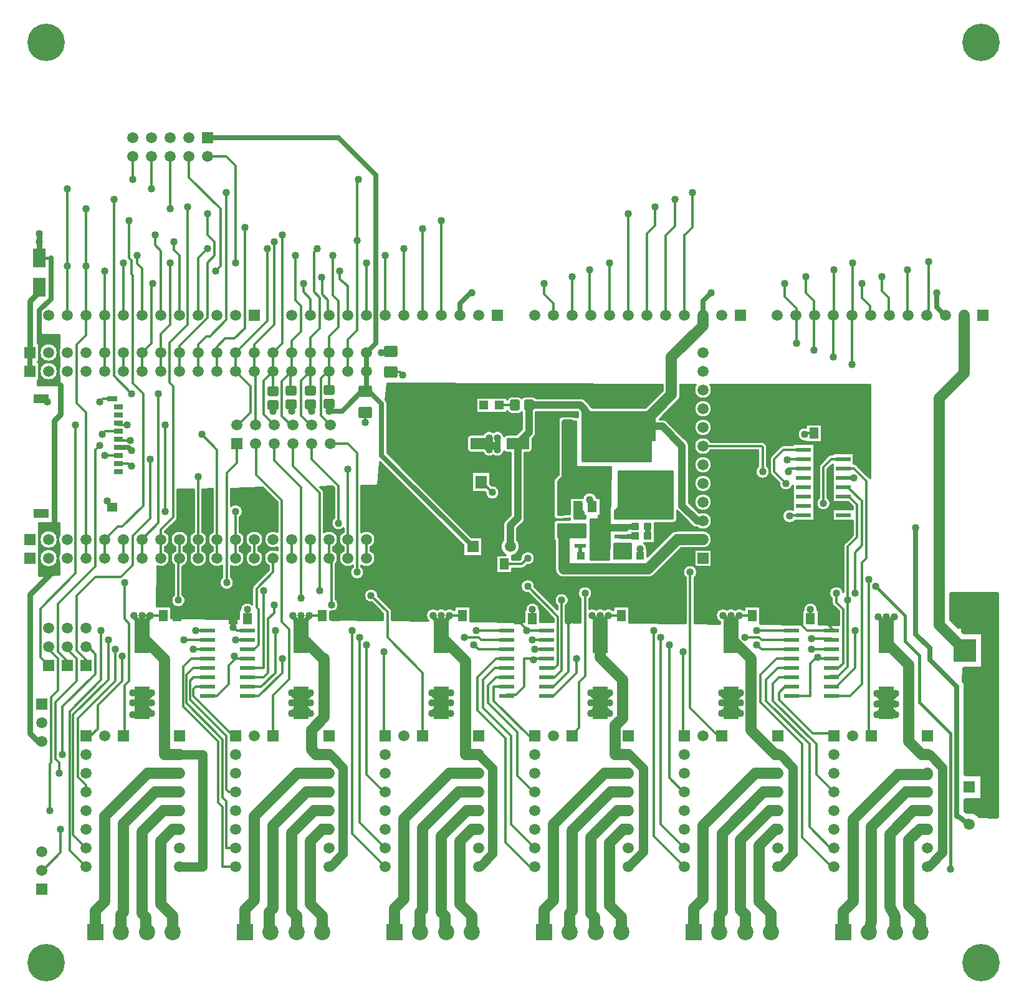
<source format=gbr>
G04 DipTrace 4.0.0.2*
G04 1 - Top.gbr*
%MOIN*%
G04 #@! TF.FileFunction,Copper,L1,Top*
G04 #@! TF.Part,Single*
%AMOUTLINE0*
4,1,28,
-0.025984,0.031496,
0.025984,0.031496,
0.02843,0.031174,
0.030709,0.03023,
0.032666,0.028729,
0.034167,0.026772,
0.035111,0.024493,
0.035433,0.022047,
0.035433,-0.022047,
0.035111,-0.024493,
0.034167,-0.026772,
0.032666,-0.028729,
0.030709,-0.03023,
0.02843,-0.031174,
0.025984,-0.031496,
-0.025984,-0.031496,
-0.02843,-0.031174,
-0.030709,-0.03023,
-0.032666,-0.028729,
-0.034167,-0.026772,
-0.035111,-0.024493,
-0.035433,-0.022047,
-0.035433,0.022047,
-0.035111,0.024493,
-0.034167,0.026772,
-0.032666,0.028729,
-0.030709,0.03023,
-0.02843,0.031174,
-0.025984,0.031496,
0*%
%AMOUTLINE3*
4,1,28,
0.025984,-0.031496,
-0.025984,-0.031496,
-0.02843,-0.031174,
-0.030709,-0.03023,
-0.032666,-0.028729,
-0.034167,-0.026772,
-0.035111,-0.024493,
-0.035433,-0.022047,
-0.035433,0.022047,
-0.035111,0.024493,
-0.034167,0.026772,
-0.032666,0.028729,
-0.030709,0.03023,
-0.02843,0.031174,
-0.025984,0.031496,
0.025984,0.031496,
0.02843,0.031174,
0.030709,0.03023,
0.032666,0.028729,
0.034167,0.026772,
0.035111,0.024493,
0.035433,0.022047,
0.035433,-0.022047,
0.035111,-0.024493,
0.034167,-0.026772,
0.032666,-0.028729,
0.030709,-0.03023,
0.02843,-0.031174,
0.025984,-0.031496,
0*%
%AMOUTLINE6*
4,1,28,
-0.031496,-0.025984,
-0.031496,0.025984,
-0.031174,0.02843,
-0.03023,0.030709,
-0.028729,0.032666,
-0.026772,0.034167,
-0.024493,0.035111,
-0.022047,0.035433,
0.022047,0.035433,
0.024493,0.035111,
0.026772,0.034167,
0.028729,0.032666,
0.03023,0.030709,
0.031174,0.02843,
0.031496,0.025984,
0.031496,-0.025984,
0.031174,-0.02843,
0.03023,-0.030709,
0.028729,-0.032666,
0.026772,-0.034167,
0.024493,-0.035111,
0.022047,-0.035433,
-0.022047,-0.035433,
-0.024493,-0.035111,
-0.026772,-0.034167,
-0.028729,-0.032666,
-0.03023,-0.030709,
-0.031174,-0.02843,
-0.031496,-0.025984,
0*%
%AMOUTLINE9*
4,1,28,
-0.021654,-0.009843,
-0.021654,0.009843,
-0.021318,0.01239,
-0.020335,0.014764,
-0.018771,0.016802,
-0.016732,0.018366,
-0.014358,0.01935,
-0.011811,0.019685,
0.011811,0.019685,
0.014358,0.01935,
0.016732,0.018366,
0.018771,0.016802,
0.020335,0.014764,
0.021318,0.01239,
0.021654,0.009843,
0.021654,-0.009843,
0.021318,-0.01239,
0.020335,-0.014764,
0.018771,-0.016802,
0.016732,-0.018366,
0.014358,-0.01935,
0.011811,-0.019685,
-0.011811,-0.019685,
-0.014358,-0.01935,
-0.016732,-0.018366,
-0.018771,-0.016802,
-0.020335,-0.014764,
-0.021318,-0.01239,
-0.021654,-0.009843,
0*%
%AMOUTLINE12*
4,1,28,
0.019803,-0.025591,
-0.019803,-0.025591,
-0.02232,-0.025259,
-0.024665,-0.024288,
-0.026679,-0.022742,
-0.028225,-0.020728,
-0.029196,-0.018383,
-0.029528,-0.015866,
-0.029528,0.015866,
-0.029196,0.018383,
-0.028225,0.020728,
-0.026679,0.022742,
-0.024665,0.024288,
-0.02232,0.025259,
-0.019803,0.025591,
0.019803,0.025591,
0.02232,0.025259,
0.024665,0.024288,
0.026679,0.022742,
0.028225,0.020728,
0.029196,0.018383,
0.029528,0.015866,
0.029528,-0.015866,
0.029196,-0.018383,
0.028225,-0.020728,
0.026679,-0.022742,
0.024665,-0.024288,
0.02232,-0.025259,
0.019803,-0.025591,
0*%
%AMOUTLINE15*
4,1,28,
0.025591,0.019803,
0.025591,-0.019803,
0.025259,-0.02232,
0.024288,-0.024665,
0.022742,-0.026679,
0.020728,-0.028225,
0.018383,-0.029196,
0.015866,-0.029528,
-0.015866,-0.029528,
-0.018383,-0.029196,
-0.020728,-0.028225,
-0.022742,-0.026679,
-0.024288,-0.024665,
-0.025259,-0.02232,
-0.025591,-0.019803,
-0.025591,0.019803,
-0.025259,0.02232,
-0.024288,0.024665,
-0.022742,0.026679,
-0.020728,0.028225,
-0.018383,0.029196,
-0.015866,0.029528,
0.015866,0.029528,
0.018383,0.029196,
0.020728,0.028225,
0.022742,0.026679,
0.024288,0.024665,
0.025259,0.02232,
0.025591,0.019803,
0*%
G04 #@! TA.AperFunction,Conductor*
%ADD15C,0.0256*%
G04 #@! TA.AperFunction,ViaPad*
%ADD16C,0.04*%
G04 #@! TA.AperFunction,Conductor*
%ADD17C,0.025591*%
%ADD18C,0.03*%
%ADD19C,0.015*%
G04 #@! TA.AperFunction,CopperBalancing*
%ADD20C,0.012*%
%ADD21C,0.025*%
G04 #@! TA.AperFunction,Conductor*
%ADD22C,0.02*%
%ADD23C,0.059055*%
%ADD24C,0.06*%
%ADD25C,0.05*%
%ADD26C,0.024016*%
G04 #@! TA.AperFunction,CopperBalancing*
%ADD27C,0.013*%
%ADD32R,0.051181X0.059055*%
%ADD33R,0.082677X0.177165*%
%ADD34R,0.124016X0.062992*%
%ADD35R,0.062992X0.070866*%
%ADD36R,0.066929X0.098425*%
G04 #@! TA.AperFunction,ComponentPad*
%ADD37R,0.059055X0.059055*%
%ADD38C,0.059055*%
%ADD39R,0.194882X0.161417*%
%ADD41R,0.047244X0.047244*%
G04 #@! TA.AperFunction,ComponentPad*
%ADD42C,0.2*%
%ADD43R,0.043307X0.03937*%
%ADD44R,0.051181X0.027559*%
%ADD45R,0.07874X0.047244*%
%ADD46R,0.055118X0.047244*%
%ADD47R,0.055118X0.031496*%
G04 #@! TA.AperFunction,ComponentPad*
%ADD48R,0.086614X0.086614*%
%ADD49C,0.086614*%
%ADD50R,0.12X0.12*%
%ADD51C,0.12*%
%ADD52R,0.07874X0.023622*%
%ADD53R,0.062992X0.024016*%
%ADD54R,0.10315X0.138189*%
%ADD112OUTLINE0*%
%ADD115OUTLINE3*%
%ADD118OUTLINE6*%
%ADD121OUTLINE9*%
%ADD124OUTLINE12*%
%ADD127OUTLINE15*%
%FSLAX26Y26*%
G04*
G70*
G90*
G75*
G01*
G04 Top*
%LPD*%
X2244000Y3694000D2*
D15*
Y3794000D1*
Y3694000D2*
Y3585486D1*
X2237749D1*
X2812749Y2756500D2*
X2325249Y3244000D1*
Y3519000D1*
X2237749Y3606500D1*
Y3585486D1*
X2244000Y3794000D2*
X2294000Y3844000D1*
Y4744000D1*
X2094000Y4944000D1*
X1394000D1*
X919000Y3286421D2*
X970329D1*
X987751Y3269000D1*
X1744000Y3481500D2*
Y3512848D1*
X1840850Y3516047D2*
Y3484650D1*
X1844000Y3481500D1*
X1942867Y3516047D2*
Y3488882D1*
X1950249Y3481500D1*
X2044001Y3519098D2*
Y3481500D1*
X2043999D1*
X2237749Y3606499D2*
X2112751Y3481500D1*
X2044001D1*
X5294000Y4112749D2*
D17*
Y4037749D1*
X5337749Y3994000D1*
X5340406D1*
X4044005D2*
Y4069005D1*
X4087749Y4112749D1*
X2744005Y3994000D2*
Y4056505D1*
X2806500Y4119000D1*
Y4112749D1*
X5469000Y1269000D2*
D15*
X5481499D1*
X5462749Y1287749D1*
Y1269000D1*
X5416075Y1306399D1*
X5400249Y1313049D1*
Y2006501D1*
X5256500Y2150251D1*
Y2212749D1*
X5181500Y2287749D1*
Y2856500D1*
X493999Y4301480D2*
D18*
Y4387751D1*
X494000D1*
Y4431500D1*
X506500Y1712749D2*
X487751D1*
X444000Y1756500D1*
Y2500249D1*
X546323Y2602572D1*
D19*
X535428D1*
X546323D2*
D20*
X594000Y2650249D1*
Y2856500D1*
X575249Y2875251D1*
D18*
Y3431499D1*
X606500Y3462749D1*
Y3619001D1*
D19*
X594000Y3631501D1*
Y3844000D1*
X569946Y3868054D1*
X519946D1*
D21*
X494000Y3894000D1*
Y4019000D1*
X556500Y4081500D1*
Y4301480D1*
D19*
X493999D1*
X3708715Y2706499D2*
D22*
Y2741783D1*
X3706500Y2743999D1*
X3437749Y3456500D2*
Y3407631D1*
X3430369Y3400251D1*
X3694000Y3399757D2*
D18*
X3656991D1*
X4044005Y3994000D2*
D23*
Y3937756D1*
D24*
X3875249Y3769000D1*
Y3568999D1*
X3706008Y3399757D1*
X3694000D1*
X3437749Y3456500D2*
D16*
X3409465Y3484785D1*
Y3491035D1*
X3387751Y3512749D1*
X3112651D1*
Y3366194D1*
X3052955Y3306499D1*
Y2909205D1*
X3012749Y2868999D1*
Y2756500D1*
X4044000Y2894008D2*
X4012741D1*
X3931500Y2975249D1*
Y3294000D1*
X3825743Y3399757D1*
X3694000D1*
X1644000Y2694000D2*
D20*
Y2794000D1*
X2244000Y2694000D2*
Y2794000D1*
X944000Y3694000D2*
Y3794000D1*
X1244000Y1044000D2*
D25*
X1369000D1*
Y1644000D1*
X1244000D1*
X2044000Y1044000D2*
X2050251D1*
X2119000Y1112749D1*
Y1575249D1*
X2050249Y1644000D1*
X2044000D1*
X1394000Y1956500D2*
D20*
X1444000D1*
X1506500Y2019000D1*
Y2119000D1*
X1544000Y2156500D1*
X1606598D1*
X2844000Y1044000D2*
D25*
X2850251D1*
X2919000Y1112749D1*
Y1569000D1*
X2844000Y1644000D1*
X3644000Y1044000D2*
X3725249Y1125249D1*
Y1569000D1*
X3650249Y1644000D1*
X3644000D1*
X2994000Y1956500D2*
D20*
Y1962749D1*
X3044000D1*
X3087749Y2006499D1*
Y2156500D1*
X3206598D1*
X4444000Y1044000D2*
D25*
X4456500D1*
X4525249Y1112749D1*
Y1575251D1*
X4456500Y1644000D1*
X4444000D1*
X5244000Y1044000D2*
X5250251D1*
X5325249Y1118999D1*
Y1575251D1*
X5256500Y1644000D1*
X5244000D1*
X4519000Y1956500D2*
D20*
X4619000D1*
Y2131500D1*
X4644000Y2156500D1*
X4731598D1*
X5025251Y2273331D2*
D21*
X5037749D1*
Y2350249D1*
X5069000Y2381500D1*
X5025251Y2273331D2*
Y2381500D1*
Y2273331D2*
Y2337749D1*
X4981500Y2381500D1*
X4194000Y2273331D2*
Y2344001D1*
X4237749Y2387751D1*
X4194000Y2273331D2*
Y2387751D1*
Y2344001D2*
X4150251Y2387751D1*
X3494000Y2273331D2*
Y2344000D1*
X3537751Y2387751D1*
X3494000Y2273331D2*
Y2387751D1*
Y2344001D2*
X3450251Y2387751D1*
X2644000Y2273331D2*
Y2337751D1*
X2694000Y2387751D1*
X2687749D1*
X2644000Y2273331D2*
Y2387751D1*
Y2337751D2*
X2594000Y2387751D1*
X2600249D1*
X1894000Y2273331D2*
Y2337751D1*
X1944000Y2387751D1*
X1937749D1*
X1894000Y2273331D2*
Y2387751D1*
Y2337751D2*
X1844000Y2387751D1*
X1850251D1*
X1044000Y2273331D2*
Y2337751D1*
X1094000Y2387751D1*
X1087749D1*
X1044000Y2273331D2*
Y2387751D1*
Y2337751D2*
X994000Y2387751D1*
X1000249D1*
X885535Y2968311D2*
D20*
Y2971214D1*
X856500Y3000249D1*
X885535Y3546264D2*
X833764D1*
X819000Y3531500D1*
X503646Y3546264D2*
X522986D1*
X537749Y3531500D1*
X1606303Y2369000D2*
Y2418803D1*
X1606500Y2419000D1*
X4618803Y2369000D2*
Y2419000D1*
X4619000D1*
X1606598Y2156500D2*
X1537749D1*
Y2169000D1*
X3206598Y2156500D2*
X3137749D1*
Y2150249D1*
X3131303Y2369000D2*
Y2419000D1*
X3131500D1*
X4656500Y2162749D2*
Y2156500D1*
X4731598D1*
X2237749Y3475249D2*
Y3419000D1*
X919000Y3373035D2*
X848035D1*
X831500Y3356500D1*
X5519001Y1762751D2*
D21*
Y1806500D1*
Y1962751D1*
X5562749D1*
Y1850251D1*
Y1894000D1*
X5519001D1*
Y1937751D1*
X5562749D1*
X5519001Y1894000D2*
Y1850251D1*
Y2000251D1*
X5562749D1*
Y1806500D1*
Y1762751D1*
X5519001D1*
X1244000Y1644000D2*
D23*
X1162749D1*
D24*
Y2154581D1*
X1044000Y2273331D1*
X2044000Y1644000D2*
D23*
X1975249D1*
D24*
X1950249Y1669000D1*
Y1775249D1*
X2019000Y1844000D1*
Y2156500D1*
X2010831D1*
X1894000Y2273331D1*
X2844000Y1644000D2*
D23*
X2775249D1*
D24*
Y2142081D1*
X2644000Y2273331D1*
X4444000Y1644000D2*
D23*
X4431500D1*
D24*
X4300249Y1775251D1*
Y2156500D1*
X4194000Y2262749D1*
Y2273331D1*
X5244000Y1644000D2*
D23*
X5212751D1*
D24*
X5144000Y1712751D1*
Y2125251D1*
X5025251Y2244000D1*
Y2273331D1*
X3644000Y1644000D2*
D23*
X3575249D1*
D24*
Y1800249D1*
X3612749Y1837749D1*
Y2044000D1*
X3494000Y2162749D1*
Y2273331D1*
X2006500Y2387751D2*
D20*
X1937749D1*
X2756500D2*
X2687749D1*
X3606500D2*
X3537751D1*
X4306500D2*
X4237749D1*
X1044000D2*
Y2387749D1*
X1156500D1*
X2981500Y2662751D2*
X3075251D1*
X3106500Y2694000D1*
X4581450Y2925249D2*
X4512749D1*
X4506500Y2919000D1*
X4794049Y3125249D2*
X4850249D1*
X4637849Y3362751D2*
X4594000D1*
X4587749Y3356500D1*
X2860042Y3306499D2*
D18*
X2869001D1*
X2900249Y3275251D1*
X2860042Y3306499D2*
X2912751D1*
X2943999Y3275251D1*
X2868997Y3306499D2*
X2900249Y3337751D1*
X2943999Y3275251D2*
Y3337751D1*
X2855974Y3101908D2*
D20*
X2861091D1*
X2917341Y3045657D1*
X2871411Y3512749D2*
X2875251D1*
X2375249Y3688882D2*
X2424117D1*
X2437749Y3675249D1*
X3600301Y2861570D2*
D26*
X3644297D1*
D21*
X3678109D1*
X3679287Y2862748D1*
X3600301Y2861570D2*
D20*
X3535390D1*
X3524071D1*
X3512749Y2850248D1*
X3475249D1*
Y2818999D1*
X3512749D1*
Y2881500D2*
X3535390Y2861570D1*
X3475249Y2818999D2*
Y2787748D1*
X3512749Y2818999D2*
Y2787748D1*
Y2850248D2*
Y2881500D1*
X3475249Y2850248D2*
Y2881500D1*
X744000Y1144000D2*
X675249Y1212751D1*
Y1856500D1*
X862749Y2044000D1*
Y2256500D1*
X1269000D2*
X1394000D1*
X744000Y1044000D2*
X656500Y1131500D1*
Y1875251D1*
X825249Y2044000D1*
Y2306500D1*
X1331500D2*
X1394000D1*
X2144000Y2694000D2*
Y2794000D1*
X919000Y3243114D2*
X844000D1*
X2144000Y3169000D2*
Y2794000D1*
X744000Y2119000D2*
Y2150251D1*
X694000Y2200251D1*
Y2494000D1*
X794000Y2594000D1*
X930614D1*
X994394Y2657780D1*
Y2815260D1*
X1087749Y2908615D1*
Y3225249D1*
X2044000Y3694000D2*
Y3794000D1*
X2344005Y3994000D2*
Y4312749D1*
X2062751D2*
Y4100249D1*
X2094000Y4069000D1*
Y3931500D1*
X2044000Y3881500D1*
Y3794000D1*
X2043999Y3593902D2*
Y3694000D1*
X2044000D1*
X2051480Y3406598D2*
X2050151D1*
X2000249Y3456500D1*
Y3656499D1*
X2044000Y3700249D1*
Y3694000D1*
X1744000Y1744000D2*
Y1960535D1*
X1831008Y2047543D1*
Y2313291D1*
X1791638Y2352661D1*
Y3002268D1*
X1653843Y3140063D1*
Y3304236D1*
X1651480Y3306598D1*
X1844000Y3694000D2*
Y3794000D1*
X1851480Y3406598D2*
X1840063D1*
X1791638Y3455024D1*
Y3641638D1*
X1844000Y3694000D1*
X1044005Y3994000D2*
Y4243995D1*
X1019000Y4269000D1*
Y4312749D1*
X1862749D2*
Y4075251D1*
X1894000Y4044000D1*
Y3906500D1*
X1844000Y3856500D1*
Y3794000D1*
X1840850Y3590850D2*
X1837749D1*
Y3700251D1*
X1844000Y3694000D1*
X1606598Y2206500D2*
X1644000D1*
X1669000Y2231500D1*
Y2419000D1*
X1656500Y2431500D1*
Y2531500D1*
X1744000Y2619000D1*
Y2694000D1*
X1344000D2*
Y2794000D1*
X919000Y3199807D2*
X969442D1*
X981500Y3187749D1*
X987751D1*
X1344000Y3131500D2*
Y2794000D1*
X1444000Y2694000D2*
Y2794000D1*
X919000Y3329728D2*
Y3325249D1*
X981500D1*
X1362751Y3356500D2*
X1444000Y3275251D1*
Y2794000D1*
X644000Y2119000D2*
Y2144000D1*
X594000Y2194000D1*
Y2450249D1*
X794000Y2650249D1*
Y3275249D1*
X815875Y3297125D1*
X1144000Y3794000D2*
Y3694000D1*
Y3794000D2*
Y3894000D1*
X1194000Y3944000D1*
Y4275249D1*
X5250249Y4281500D2*
Y3984156D1*
X5240406Y3994000D1*
X2244000Y4275249D2*
X2244005D1*
Y3994000D1*
X944005Y4275249D2*
Y3994000D1*
X4840406Y3731500D2*
Y3994000D1*
X4837749Y3996656D1*
X4844000Y4275249D2*
Y3990406D1*
X4840406Y3994000D1*
X3544000Y4275249D2*
X3544005D1*
Y3994000D1*
X1394000Y4844000D2*
X1494000D1*
X1544000Y4794000D1*
Y4275249D1*
X794000Y694000D2*
D24*
Y806500D1*
X844000Y856500D1*
Y1312749D1*
X1075251Y1544000D1*
X1244000D1*
X931795Y694000D2*
Y788045D1*
X944000Y800249D1*
Y1275249D1*
X1112751Y1444000D1*
X1244000D1*
X1069591Y694000D2*
X1062749D1*
Y775251D1*
X1044000Y794000D1*
Y1231500D1*
X1156500Y1344000D1*
X1244000D1*
X1544000Y1144000D2*
D20*
X1494000D1*
Y1394000D1*
X1475249Y1412751D1*
Y1725251D1*
X1281500Y1919000D1*
Y2069000D1*
X1319000Y2106500D1*
X1394000D1*
X1544000Y1044000D2*
X1475249D1*
Y1362751D1*
X1450249Y1387751D1*
Y1712751D1*
X1262749Y1900251D1*
Y2112749D1*
X1306500Y2156500D1*
X1394000D1*
X1444000Y3794000D2*
Y3694000D1*
X2544005Y3994000D2*
Y4456493D1*
X1594000Y4462749D2*
Y3925251D1*
X1537749Y3869000D1*
X1487751D1*
X1444000Y3825249D1*
Y3794000D1*
X3144000Y1044000D2*
X3119000D1*
X2987749Y1175251D1*
Y1731500D1*
X2837749Y1881500D1*
Y2056499D1*
X2937751Y2156500D1*
X2994000D1*
X1544000Y2694000D2*
Y2794000D1*
X919000Y3416343D2*
Y3406500D1*
X962751D1*
X1169000D2*
Y2944000D1*
X1544000D2*
Y2794000D1*
X544000Y2119000D2*
X500249Y2162751D1*
Y2425249D1*
X687749Y2612749D1*
Y3406500D1*
X1244000Y1244000D2*
D24*
X1206500D1*
X1144000Y1181500D1*
Y844000D1*
X1207386Y780614D1*
Y694000D1*
X1744000Y3694000D2*
D20*
Y3794000D1*
X1751480Y3406598D2*
X1693213Y3464866D1*
Y3643213D1*
X1744000Y3694000D1*
X1144005Y3994000D2*
Y4337744D1*
X1112749Y4369000D1*
Y4425249D1*
X1794000D2*
Y3844000D1*
X1744000Y3794000D1*
Y3587651D2*
Y3694000D1*
X2344000Y1144000D2*
X2206500Y1281500D1*
Y2269000D1*
X2769000D2*
X2844000D1*
X2856500Y2256500D1*
X2994000D1*
X1544000Y1444000D2*
X1506500D1*
X1494000Y1456500D1*
Y1744000D1*
X1300249Y1937751D1*
Y2037749D1*
X1319000Y2056500D1*
X1394000D1*
X2044000Y1244000D2*
D24*
X2006500D1*
X1944000Y1181500D1*
Y844000D1*
X2007386Y780614D1*
Y694000D1*
X2394000D2*
Y819000D1*
X2444000Y869000D1*
Y1300249D1*
X2687751Y1544000D1*
X2844000D1*
X2531795Y694000D2*
Y800545D1*
X2544000Y812749D1*
Y1250249D1*
X2737751Y1444000D1*
X2844000D1*
X2669591Y694000D2*
X2662749D1*
Y781501D1*
X2644000Y800251D1*
Y1206500D1*
X2781500Y1344000D1*
X2844000D1*
X1644000Y3794000D2*
D20*
Y3694000D1*
X1651480Y3406598D2*
Y3686520D1*
X1644000Y3694000D1*
X1244005Y3994000D2*
Y4312744D1*
X1212749Y4344000D1*
Y4387749D1*
X1750249D2*
Y3943999D1*
X1644000Y3837749D1*
Y3794000D1*
X1244000D2*
Y3694000D1*
X3644005Y3994000D2*
Y4537749D1*
X1394000D2*
Y4425251D1*
X1431500Y4387751D1*
Y4312749D1*
X1394000Y4275249D1*
Y3981500D1*
X1244000Y3831500D1*
Y3794000D1*
X3944000Y1144000D2*
X3819000Y1269000D1*
Y2269000D1*
X4269000D2*
X4344000D1*
X4356500Y2256500D1*
X4519000D1*
X2844000Y1244000D2*
D24*
X2806500D1*
X2744000Y1181500D1*
Y844000D1*
X2807386Y780614D1*
Y694000D1*
X606500Y1244000D2*
D20*
Y1119000D1*
X512749Y1025249D1*
X506500D1*
X4794000Y694000D2*
D24*
Y804080D1*
X4846657Y856738D1*
Y1296657D1*
X5087751Y1537751D1*
X5244000D1*
Y1544000D1*
X4931795Y694000D2*
X4944408Y749841D1*
Y1256908D1*
X5131500Y1444000D1*
X5244000D1*
X5069591Y694000D2*
Y779000D1*
X5043280Y827118D1*
Y1218280D1*
X5169000Y1344000D1*
X5244000D1*
X1944000Y2694000D2*
D20*
Y2794000D1*
X4494001Y3219000D2*
X4500251Y3225249D1*
X4581450D1*
X2051480Y3306598D2*
X2143902D1*
X2194000Y3256500D1*
Y2619000D1*
X4931500Y2581500D2*
Y1769000D1*
X4944000Y1756500D1*
Y1744000D1*
X2044000Y2694000D2*
Y2794000D1*
X1606598Y2056500D2*
X1694000D1*
X1719000Y2081500D1*
Y2369000D1*
X1750249Y2400249D1*
Y2444000D1*
X2056500D2*
Y2694000D1*
X2044000D1*
X3206598Y2056500D2*
X3250249D1*
X3287749Y2094000D1*
Y2469000D1*
X4731598Y2056500D2*
X4725349Y2062749D1*
X4769000D1*
X4819000Y2112749D1*
Y2469000D1*
X4794049Y3025249D2*
X4825251D1*
X4869000Y2981500D1*
Y2806500D1*
X4819000Y2756500D1*
Y2469000D1*
X1844000Y2694000D2*
Y2794000D1*
X4744000Y1444000D2*
X4650249Y1537751D1*
Y1700251D1*
X4419000Y1931500D1*
Y2025249D1*
X4450251Y2056500D1*
X4519000D1*
X1606598Y2306500D2*
X1550251D1*
X1531500Y2325251D1*
Y2369000D1*
X3206598Y2306500D2*
X3106500D1*
X3056500Y2356500D1*
Y2369000D1*
X4731598Y2306500D2*
X4600249D1*
X4537749Y2369000D1*
X4544000D1*
X3206598Y2306500D2*
X3100251D1*
X3325249Y2356500D2*
Y2087749D1*
X3244000Y2006500D1*
X3206598D1*
X1756500Y2306500D2*
Y2081500D1*
X1681500Y2006500D1*
X1606598D1*
X4731598Y2306500D2*
X4743999D1*
X4687749Y2362749D1*
X4856500Y2306500D2*
Y2106500D1*
X4756500Y2006500D1*
X4731598D1*
X1531500Y2369000D2*
D19*
Y2444000D1*
X1594000Y2506500D1*
Y2581500D1*
X2912749D2*
Y2756500D1*
X3056500Y2581500D2*
Y2369000D1*
X4537751Y2544000D2*
Y2369000D1*
X4544000D1*
X4969000Y2544000D2*
X5125249Y2387751D1*
Y2250249D1*
X5200249Y2175249D1*
Y1925251D1*
X5369000Y1756500D1*
Y1031500D1*
X1231303Y2387749D2*
D20*
Y2412946D1*
X1144000Y2500249D1*
X4712652Y3362751D2*
X4756500D1*
X4794049Y3325202D1*
Y3275249D1*
X944000Y2694000D2*
Y2794000D1*
X5244000Y1244000D2*
D24*
X5203087D1*
X5145297Y1186210D1*
Y835965D1*
X5207386Y773875D1*
Y694000D1*
X3994000D2*
Y819000D1*
X4044000Y869000D1*
Y1262749D1*
X4325251Y1544000D1*
X4444000D1*
X4131795Y694000D2*
Y787161D1*
X4146921Y802287D1*
Y1221921D1*
X4369000Y1444000D1*
X4444000D1*
X1144000Y2694000D2*
D20*
Y2794000D1*
X3744005Y3994000D2*
Y4431505D1*
X3787749Y4475249D1*
Y4575249D1*
X1287749D2*
Y3943999D1*
X1191244Y3847493D1*
Y3634256D1*
X1210929Y3614571D1*
Y2913685D1*
X1144000Y2846756D1*
Y2794000D1*
X3944000Y1044000D2*
X3781500Y1206500D1*
Y2306500D1*
X4331500D2*
X4519000D1*
X4269591Y694000D2*
D24*
Y787160D1*
X4244000Y812751D1*
Y1187749D1*
X4400251Y1344000D1*
X4444000D1*
X4687749Y2987749D2*
D20*
Y3181499D1*
X4731500Y3225249D1*
X4794049D1*
X4487743Y3094008D2*
X4425249Y3156501D1*
Y3225249D1*
X4475249Y3275249D1*
X4581450D1*
X4044000Y3294008D2*
X4356507D1*
X4362749Y3287765D1*
Y3156500D1*
X4500251D2*
Y3175249D1*
X4581450D1*
X844000Y3694000D2*
Y3794000D1*
X844014Y3994000D2*
Y3794014D1*
X844000Y3794000D1*
X844014Y3994000D2*
Y4231500D1*
X5137749Y4237749D2*
Y3996656D1*
X5140406Y3994000D1*
X4740415Y3769000D2*
Y3994000D1*
X4737749Y3996665D1*
X2100249Y4231500D2*
Y4187751D1*
X2144014Y4150238D1*
Y3994000D1*
X4744000Y4237749D2*
Y3990415D1*
X4740415Y3994000D1*
X3437749Y4237749D2*
Y4000265D1*
X3444014Y3994000D1*
X1294000Y4844000D2*
Y4731499D1*
X1462749Y4562749D1*
Y4256778D1*
X1437471Y4231500D1*
X844000Y2694000D2*
Y2794000D1*
X2644005Y3994000D2*
Y4500249D1*
X975251D2*
Y4300248D1*
X987749Y4287749D1*
Y4212751D1*
X994000Y4206500D1*
Y3631499D1*
X1050249Y3575249D1*
Y2975248D1*
X937751Y2862749D1*
X912749D1*
X844000Y2794000D1*
X1044000Y2694000D2*
Y2794000D1*
X3844005Y3994000D2*
Y4419005D1*
X3894000Y4469000D1*
Y4612921D1*
X894000D2*
Y3668999D1*
X987749Y3575249D1*
X1132189D2*
Y2884157D1*
X1043016Y2794984D1*
X1044000Y2794000D1*
X4744000Y1144000D2*
X4725251D1*
X4612749Y1256501D1*
Y1700251D1*
X4381500Y1931500D1*
Y2044000D1*
X4444000Y2106500D1*
X4519000D1*
X4744000Y1044000D2*
X4731500D1*
X4575249Y1200251D1*
Y1700251D1*
X4350249Y1925251D1*
Y2068999D1*
X4437751Y2156500D1*
X4519000D1*
X4444000Y1244000D2*
D24*
X4431500D1*
X4344000Y1156500D1*
Y856500D1*
X4407386Y793114D1*
Y694000D1*
X3194000D2*
Y812751D1*
X3244000Y862751D1*
Y1269000D1*
X3519000Y1544000D1*
X3644000D1*
X3144000Y1144000D2*
D20*
X3019000Y1269000D1*
Y1744000D1*
X2869000Y1894000D1*
Y2044000D1*
X2931500Y2106500D1*
X2994000D1*
X2344000Y1044000D2*
X2169000Y1219000D1*
Y2306500D1*
X2831500D2*
X2994000D1*
X3331795Y694000D2*
D24*
Y794295D1*
X3344000Y806500D1*
Y1237749D1*
X3550251Y1444000D1*
X3644000D1*
X3469591Y694000D2*
X3462749D1*
Y775251D1*
X3444000Y794000D1*
Y1200249D1*
X3587751Y1344000D1*
X3644000D1*
X744000Y2694000D2*
D20*
Y2794000D1*
Y3475249D1*
X694000Y3525249D1*
Y3837751D1*
X744000Y3887751D1*
Y4256500D1*
X5000249Y4200249D2*
Y4125251D1*
X5037749Y4087751D1*
Y3994000D1*
X5040406D1*
X2004874Y4197386D2*
X2006500D1*
Y4106500D1*
X2037749Y4075251D1*
Y4000265D1*
X2044014Y3994000D1*
X4637749Y3806500D2*
Y3994000D1*
X4640415D1*
X4594000Y4200249D2*
Y4112749D1*
X4637749Y4069000D1*
Y3994000D1*
X3344014D2*
X3344000Y4200249D1*
X1194000Y4844000D2*
Y4562751D1*
X744000D2*
Y4256500D1*
Y1744000D2*
X769000D1*
X806500Y1781500D1*
Y1906500D1*
X937749Y2037749D1*
Y2169000D1*
X1544000Y2256500D2*
X1606598D1*
X3644000Y1244000D2*
D24*
X3619000D1*
X3544000Y1169000D1*
Y837751D1*
X3607386Y774365D1*
Y694000D1*
X1606598Y1956500D2*
D20*
X1669000D1*
X1794000Y2081500D1*
Y2156500D1*
X3144000Y2206500D2*
X3206598D1*
X1594000Y694000D2*
D24*
Y812751D1*
X1644000Y862751D1*
Y1312749D1*
X1875251Y1544000D1*
X2044000D1*
X1731795Y694000D2*
X1725249D1*
Y800249D1*
X1744000Y819000D1*
Y1262749D1*
X1925251Y1444000D1*
X2044000D1*
X1869591Y694000D2*
Y780909D1*
X1844000Y806500D1*
Y1225249D1*
X1962751Y1344000D1*
X2044000D1*
X2144000Y3694000D2*
D20*
Y3794000D1*
Y3862749D1*
X2194000Y3912749D1*
Y4394000D1*
X994000Y4844000D2*
Y4719000D1*
X2200249D2*
X2194000Y4712751D1*
Y4394000D1*
X2325251Y3794000D2*
X2370131D1*
X2375249Y3799118D1*
X1944000Y3694000D2*
Y3794000D1*
X2444005Y3994000D2*
Y4350249D1*
X1981499D2*
X1962749Y4331500D1*
Y4119000D1*
X1994000Y4087749D1*
Y3925249D1*
X1944000Y3875249D1*
Y3794000D1*
X1951480Y3406598D2*
X1943902D1*
X1894000Y3456500D1*
Y3644000D1*
X1944000Y3694000D1*
X1942867Y3590850D2*
Y3692867D1*
X1944000Y3694000D1*
X3206598Y1956500D2*
X3244000D1*
X3369000Y2081500D1*
Y2156500D1*
X4625251Y2206500D2*
X4731598D1*
X1044000Y3694000D2*
Y3794000D1*
X644014Y3994000D2*
Y4256500D1*
X4481500Y4162749D2*
Y4094000D1*
X4544000Y4031500D1*
Y3990415D1*
X4540415Y3994000D1*
X4544000Y3844000D2*
Y3997585D1*
X4540415Y3994000D1*
X3244014D2*
Y4056486D1*
X3194000Y4106500D1*
Y4162749D1*
X1101795D2*
X1094000D1*
Y3844000D1*
X1044000Y3794000D1*
X1906500Y4162749D2*
Y4119000D1*
X1944014Y4081486D1*
Y3994000D1*
X4894000Y4162749D2*
Y4087751D1*
X4937749Y4044001D1*
Y3996656D1*
X4940406Y3994000D1*
X1094000Y4844000D2*
Y4669000D1*
X644014D2*
Y4256500D1*
X1344000Y3694000D2*
Y3794000D1*
Y3837749D1*
X1387751Y3881500D1*
X1406500D1*
X1494000Y3969000D1*
Y4650249D1*
X3987749D2*
Y4462749D1*
X3947942Y4422942D1*
X3944005D1*
Y3994000D1*
X1244000Y2694000D2*
Y2794000D1*
X1606598Y2106500D2*
X1694000D1*
Y2519000D1*
X1237751Y2469000D2*
Y2694000D1*
X1244000D1*
X4731598Y2106500D2*
X4769000D1*
X4794000Y2131500D1*
Y2419000D1*
X4756500Y2456500D1*
Y2506500D1*
X3206598Y2106500D2*
X3250251D1*
X3269000Y2125249D1*
Y2381500D1*
X3106500Y2544000D1*
X4794049Y3075249D2*
X4819001D1*
X4894000Y3000251D1*
Y2762749D1*
X4856500Y2725249D1*
Y2506500D1*
X4731598Y1956500D2*
X4831500D1*
X4894000Y2019000D1*
Y2669000D1*
X4919000Y2694000D1*
Y3106500D1*
X4850251Y3175249D1*
X4794049D1*
X2344000Y1444000D2*
X2337751D1*
X2244000Y1537751D1*
Y2231500D1*
X2819000D2*
X2844000Y2206500D1*
X2994000D1*
X744000Y1444000D2*
Y1481500D1*
X700249Y1525251D1*
Y1837749D1*
X900249Y2037749D1*
Y2206500D1*
X1319000D2*
X1394000D1*
X1544000Y1744000D2*
X1531500D1*
X1319000Y1956500D1*
Y1994000D1*
X1331500Y2006500D1*
X1394000D1*
X2344000Y1744000D2*
X2337749D1*
Y2194000D1*
X3131500Y2256500D2*
X3206598D1*
X3144000Y1444000D2*
X3137749D1*
X3050249Y1531500D1*
Y1762751D1*
X2894000Y1919000D1*
Y2012749D1*
X2937751Y2056500D1*
X2994000D1*
X3944000Y1744000D2*
X3937749D1*
Y2194000D1*
X4625251Y2262749D2*
X4731598D1*
Y2256500D1*
X3144000Y1744000D2*
X3112749D1*
X2925249Y1931500D1*
Y2006500D1*
X2994000D1*
X3944000Y1444000D2*
X3937749D1*
X3862749Y1519000D1*
Y2231500D1*
X4331500D2*
X4356500Y2206500D1*
X4519000D1*
X4744000Y1744000D2*
Y1756500D1*
X4631500D1*
X4450249Y1937751D1*
Y1975249D1*
X4481500Y2006500D1*
X4519000D1*
X444000Y3694000D2*
D21*
Y3794000D1*
D18*
Y4069000D1*
X494001Y4119001D1*
Y4144000D1*
X5440406Y3994000D2*
D24*
Y3684155D1*
X5306500Y3550249D1*
Y2337748D1*
X5443999Y2200249D1*
X5025251Y1919000D2*
D18*
X4975249Y1969000D1*
X5025251Y1919000D2*
X5075251Y1969000D1*
X5025251Y1919000D2*
X5069001D1*
X5075251Y1912751D1*
X5025251Y1919000D2*
Y1906501D1*
X5075251Y1856501D1*
X5025251Y1906503D2*
X4975249Y1856501D1*
X5025251Y1919000D2*
X4981499D1*
X4975249Y1912751D1*
X4194000Y1919000D2*
Y1925249D1*
X4244000Y1975249D1*
X4194000Y1919000D2*
X4244000D1*
X4194000D2*
Y1912751D1*
X4244000Y1862751D1*
X4194000Y1912751D2*
X4144000Y1862751D1*
X4194000Y1919000D2*
X4144000D1*
X4194000D2*
X4144000Y1969000D1*
Y1975249D1*
X3494000Y1919000D2*
Y1925249D1*
X3544000Y1975249D1*
X3494000Y1919000D2*
X3544000D1*
X3494000D2*
Y1912751D1*
X3544000Y1862751D1*
X3494000Y1912751D2*
X3444000Y1862751D1*
X3494000Y1919000D2*
X3444000D1*
X3494000Y1925249D2*
X3444000Y1975249D1*
X2644000Y1919000D2*
Y1975249D1*
X2694000D1*
X2644000Y1919000D2*
X2694000D1*
X2644000D2*
Y1862751D1*
X2694000D1*
X2644000Y1919000D2*
Y1912751D1*
X2594000Y1862751D1*
X2644000Y1919000D2*
X2594000D1*
X2644000D2*
Y1925249D1*
X2594000Y1975249D1*
X1894000Y1919000D2*
Y1925249D1*
X1844000Y1975249D1*
X1894000Y1919000D2*
X1844000D1*
X1894000D2*
Y1912751D1*
X1844000Y1862751D1*
X1894000Y1912751D2*
X1944000Y1862751D1*
X1894000Y1919000D2*
X1944000D1*
X1894000Y1925249D2*
X1944000Y1975249D1*
X1044000Y1919000D2*
Y1975249D1*
X994000D1*
X1044000Y1919000D2*
X994000D1*
X1044000D2*
Y1856500D1*
X994000D1*
X1044000Y1919000D2*
Y1912751D1*
X1094000Y1862751D1*
X1044000Y1919000D2*
X1094000D1*
X1044000D2*
Y1925249D1*
X1094000Y1975249D1*
X4044000Y2794008D2*
D24*
X3906509D1*
X3750251Y2637749D1*
X3300251D1*
Y2845131D1*
X744000Y2219000D2*
D20*
X756500D1*
X794000Y2181500D1*
Y2075249D1*
X619000Y1900249D1*
Y1644000D1*
X544000Y2219000D2*
Y2206500D1*
X594000Y2156500D1*
Y1987749D1*
X556500Y1950249D1*
Y1600251D1*
X550249Y1594000D1*
Y1344000D1*
X644000Y2219000D2*
Y2206500D1*
X694000Y2156500D1*
Y2037749D1*
X581500Y1925249D1*
Y1619000D1*
X600249Y1600251D1*
Y1544000D1*
X2544000Y1744000D2*
Y2081500D1*
X2356500Y2269000D1*
Y2406500D1*
X2269000Y2494000D1*
X1894000Y2481500D2*
Y3075249D1*
X1751480Y3217769D1*
Y3306598D1*
X1851480D2*
Y3186520D1*
X1994000Y3044000D1*
Y2519000D1*
X3412749Y2506500D2*
Y2062749D1*
X3381500Y2031500D1*
Y1787749D1*
X3344000Y1750249D1*
Y1744000D1*
X1951480Y3306598D2*
Y3224020D1*
X2094000Y3081500D1*
Y2881500D1*
X3975251Y2619000D2*
Y1893999D1*
X4125249Y1744000D1*
X4144000D1*
X1544000Y3794000D2*
Y3694000D1*
X1551480Y3406598D2*
X1556205D1*
X1624315Y3474709D1*
Y3613685D1*
X1544000Y3694000D1*
X1344005Y3994000D2*
Y4300255D1*
X1394000Y4350249D1*
X1712749D2*
Y3962749D1*
X1544000Y3794000D1*
X944000Y1744000D2*
X950249D1*
Y2012749D1*
X975249Y2037749D1*
Y2344000D1*
X950249Y2369000D1*
Y2562749D1*
X1496362D2*
Y3149906D1*
X1550249Y3203793D1*
Y3305367D1*
X1551480Y3306598D1*
X3037848Y3512749D2*
X2954088D1*
X3450151Y2969000D2*
D22*
Y2994097D1*
X3437749Y3006499D1*
X3694000Y3025741D2*
X3656992D1*
X3644000Y3012749D1*
X3600301Y2811570D2*
D26*
X3644297D1*
D21*
X3678104D1*
X3679285Y2812751D1*
X3746214D2*
D18*
X3746217Y2862748D1*
X3387702Y2761570D2*
D22*
Y2710584D1*
X3391787Y2706499D1*
D16*
X987751Y3269000D3*
X1744000Y3481500D3*
X5294000Y4112749D3*
X4087749D3*
X2806500D3*
X5181500Y2856500D3*
X862749Y2256500D3*
X1269000D3*
X825249Y2306500D3*
X1331500D3*
X844000Y3243114D3*
X2144000Y3169000D3*
X1087749Y3225249D3*
X2344005Y4312749D3*
X2062751D3*
X1019000D3*
X1862749D3*
X987751Y3187749D3*
X1344000Y3131500D3*
X981500Y3325249D3*
X1362751Y3356500D3*
X815875Y3297125D3*
X981500Y3325249D3*
X1194000Y4275249D3*
X5250249Y4281500D3*
X2244000Y4275249D3*
X944005D3*
X1194000D3*
X4840406Y3731500D3*
X4844000Y4275249D3*
X3544000D3*
X1544000D3*
X2544005Y4456493D3*
X1594000Y4462749D3*
X962751Y3406500D3*
X1169000D3*
Y2944000D3*
X1544000D3*
X687749Y3406500D3*
X962751D3*
X1112749Y4425249D3*
X1794000D3*
X2206500Y2269000D3*
X2769000D3*
X1212749Y4387749D3*
X1750249D3*
X3644005Y4537749D3*
X1394000D3*
X3819000Y2269000D3*
X4269000D3*
X606500Y1244000D3*
X4494001Y3219000D3*
X2194000Y2619000D3*
X4931500Y2581500D3*
X1750249Y2444000D3*
X2056500D3*
X3287749Y2469000D3*
X4819000D3*
X3287749D3*
X3100251Y2306500D3*
X3325249Y2356500D3*
X1531500Y2325249D3*
X1756500Y2306500D3*
X4687749Y2362749D3*
X4856500Y2306500D3*
X1594000Y2581500D3*
X2912749D3*
X3056500D3*
X4537751Y2544000D3*
X4969000D3*
X5369000Y1031500D3*
X3787749Y4575249D3*
X1287749D3*
X3781500Y2306500D3*
X4331500D3*
X4687749Y2987749D3*
X4487743Y3094008D3*
X4362749Y3156500D3*
X4500251D3*
X844014Y4231500D3*
X5137749Y4237749D3*
X4740415Y3769000D3*
X2100249Y4231500D3*
X4744000Y4237749D3*
X3437749D3*
X1437471Y4231500D3*
X2644005Y4500249D3*
X975251D3*
X3894000Y4612921D3*
X894000D3*
X987749Y3575249D3*
X1132189D3*
X2169000Y2306500D3*
X2831500D3*
X744000Y4256500D3*
X5000249Y4200249D3*
X2004874Y4197386D3*
X4637749Y3806500D3*
X4594000Y4200249D3*
X3344000D3*
X1194000Y4562751D3*
X744000D3*
X937749Y2169000D3*
X1544000Y2256500D3*
X1794000Y2156500D3*
X3144000Y2206500D3*
X2194000Y4394000D3*
X994000Y4719000D3*
X2200249D3*
X2325251Y3794000D3*
X2444005Y4350249D3*
X1981499D3*
X3369000Y2156500D3*
X4625251Y2206500D3*
X644014Y4256500D3*
X4481500Y4162749D3*
X4544000Y3844000D3*
X3194000Y4162749D3*
X1101795D3*
X1906500D3*
X4894000D3*
X1094000Y4669000D3*
X644014D3*
X1494000Y4650249D3*
X3987749D3*
X1694000Y2519000D3*
X1237751Y2469000D3*
X4756500Y2506500D3*
X1694000Y2519000D3*
X3106500Y2544000D3*
X4856500Y2506500D3*
X4756500D3*
X2244000Y2231500D3*
X2819000D3*
X900249Y2206500D3*
X1319000D3*
X2337749Y2194000D3*
X3131500Y2256500D3*
X3937749Y2194000D3*
X4625251Y2262749D3*
X3862749Y2231500D3*
X4331500D3*
X619000Y1644000D3*
X550249Y1344000D3*
X600249Y1544000D3*
X2269000Y2494000D3*
X1894000Y2481500D3*
X1994000Y2519000D3*
X3412749Y2506500D3*
X2094000Y2881500D3*
X3975251Y2619000D3*
X1394000Y4350249D3*
X1712749D3*
X950249Y2562749D3*
X1496362D3*
X494000Y4387751D3*
Y4431500D3*
X1844000Y3481500D3*
X1950249D3*
X2043999D3*
X994000Y1919000D3*
Y1975249D3*
Y1856500D3*
X1094000Y1975249D3*
Y1919000D3*
Y1862751D3*
X1844000Y1919000D3*
Y1975249D3*
Y1862751D3*
X1944000Y1975249D3*
Y1919000D3*
Y1862751D3*
X2594000Y1919000D3*
Y1975249D3*
Y1862751D3*
X2694000Y1975249D3*
Y1919000D3*
Y1862751D3*
X3444000Y1919000D3*
Y1975249D3*
X1044000Y2387751D3*
X1000249D3*
X1087749D3*
X1850251D3*
X1894000D3*
X1937749D3*
X2600249D3*
X2644000D3*
X2687749D3*
X3450251D3*
X3494000D3*
X3537751D3*
X3444000Y1862751D3*
X3544000Y1975249D3*
Y1919000D3*
Y1862751D3*
X4144000Y1919000D3*
Y1975249D3*
Y1862751D3*
X4244000Y1975249D3*
Y1919000D3*
Y1862751D3*
X4975249Y1912751D3*
Y1969000D3*
X4150251Y2387751D3*
X4194000D3*
X4237749D3*
X4981500Y2381500D3*
X5025251D3*
X5069000D3*
X4975249Y1856501D3*
X5075251Y1969000D3*
Y1912751D3*
Y1856501D3*
X4506500Y2919000D3*
X4850249Y3125249D3*
X4587749Y3356500D3*
X2900249Y3337751D3*
X2943999D3*
X2900249Y3275251D3*
X2943999D3*
X2917341Y3045657D3*
X537749Y3531500D3*
X819000D3*
X856500Y3000249D3*
X1606500Y2419000D3*
X4656500Y2162749D3*
X4619000Y2419000D3*
X1537749Y2169000D3*
X3137749Y2150249D3*
X3131500Y2419000D3*
X2237749Y3419000D3*
X831500Y3356500D3*
X5562749Y1937751D3*
X5519001D3*
X5562749Y1894000D3*
Y1850251D3*
X5519001Y1806500D3*
Y1762751D3*
Y1894000D3*
Y1850251D3*
X5562749Y1806500D3*
Y1762751D3*
X3106500Y2694000D3*
X1144000Y2500249D3*
X2875251Y3512749D3*
X2437749Y3675249D3*
X3706500Y2743999D3*
X3437749Y3456500D3*
Y3006499D3*
X3644000Y3012749D3*
X3475249Y2850248D3*
X3512749D3*
X3475249Y2818999D3*
X3512749D3*
X3475249Y2881500D3*
X3512749D3*
X3475249Y2787748D3*
X3512749D3*
X5377496Y2475430D2*
D21*
X5610265D1*
X5377496Y2450562D2*
X5610265D1*
X5377496Y2425693D2*
X5610265D1*
X5377496Y2400824D2*
X5610265D1*
X5377496Y2375955D2*
X5610265D1*
X5392531Y2351087D2*
X5610265D1*
X5440186Y2326218D2*
X5610265D1*
X5442268Y2301349D2*
X5610265D1*
X5545004Y2276480D2*
X5610265D1*
X5545004Y2251612D2*
X5610265D1*
X5545004Y2226743D2*
X5610265D1*
X5545004Y2201874D2*
X5610265D1*
X5545004Y2177005D2*
X5610265D1*
X5545004Y2152136D2*
X5610265D1*
X5545004Y2127268D2*
X5610265D1*
X5545004Y2102399D2*
X5610265D1*
X5445281Y2077530D2*
X5610265D1*
X5444707Y2052661D2*
X5610265D1*
X5449408Y2027793D2*
X5610265D1*
X5454037Y2002924D2*
X5610265D1*
X5454037Y1978055D2*
X5610265D1*
X5454037Y1953186D2*
X5610265D1*
X5454037Y1928318D2*
X5610265D1*
X5454037Y1903449D2*
X5610265D1*
X5454037Y1878580D2*
X5610265D1*
X5454037Y1853711D2*
X5610265D1*
X5454037Y1828843D2*
X5610265D1*
X5454037Y1803974D2*
X5610265D1*
X5454037Y1779105D2*
X5610265D1*
X5454037Y1754236D2*
X5610265D1*
X5454037Y1729367D2*
X5610265D1*
X5454037Y1704499D2*
X5610265D1*
X5454037Y1679630D2*
X5610265D1*
X5454037Y1654761D2*
X5610265D1*
X5454037Y1629892D2*
X5610265D1*
X5454037Y1605024D2*
X5610265D1*
X5454037Y1580155D2*
X5610265D1*
X5454037Y1555286D2*
X5610265D1*
X5543461Y1530417D2*
X5610265D1*
X5543461Y1505549D2*
X5610265D1*
X5543461Y1480680D2*
X5610265D1*
X5543461Y1455811D2*
X5610265D1*
X5543461Y1430942D2*
X5610265D1*
X5543461Y1406073D2*
X5610265D1*
X5454037Y1381205D2*
X5610265D1*
X5454037Y1356336D2*
X5610265D1*
X5507218Y1331467D2*
X5610265D1*
X5451543Y1540965D2*
X5540965D1*
Y1397035D1*
X5451577D1*
X5451550Y1343747D1*
X5456367Y1339850D1*
X5463354Y1340743D1*
X5474646D1*
X5485799Y1338976D1*
X5496539Y1335487D1*
X5506601Y1330360D1*
X5515738Y1323722D1*
X5523707Y1315753D1*
X5612756Y1313122D1*
X5612749Y2500252D1*
X5374965Y2500285D1*
X5375000Y2366108D1*
X5409626Y2331496D1*
X5427076Y2331366D1*
X5429913Y2330597D1*
X5432491Y2329189D1*
X5434669Y2327217D1*
X5436328Y2324790D1*
X5437373Y2322045D1*
X5437749Y2319130D1*
X5437915Y2303194D1*
X5442358Y2298764D1*
X5542499Y2298749D1*
Y2101749D1*
X5443350D1*
X5441844Y2036559D1*
X5445958Y2029791D1*
X5449038Y2022354D1*
X5450917Y2014526D1*
X5451549Y2006486D1*
X5451550Y1540966D1*
X2355837Y3613631D2*
D20*
X3825570D1*
X3924930D2*
X3998983D1*
X4089017D2*
X4936789D1*
X2354735Y3601762D2*
X3825570D1*
X3924930D2*
X3995421D1*
X4092579D2*
X4936789D1*
X2353657Y3589894D2*
X3825570D1*
X3924930D2*
X3994976D1*
X4093024D2*
X4936789D1*
X2352555Y3578025D2*
X3814507D1*
X3924930D2*
X3997530D1*
X4090470D2*
X4936789D1*
X2351478Y3566156D2*
X3802648D1*
X3924837D2*
X4003694D1*
X4084306D2*
X4936789D1*
X2350375Y3554287D2*
X2828117D1*
X3147696D2*
X3790789D1*
X3922634D2*
X4015812D1*
X4072188D2*
X4936789D1*
X2349274Y3542419D2*
X2828117D1*
X3413454D2*
X3778906D1*
X3916986D2*
X4936789D1*
X2355509Y3530550D2*
X2828117D1*
X3425571D2*
X3767046D1*
X3906555D2*
X4011686D1*
X4076314D2*
X4936789D1*
X2357735Y3518681D2*
X2828117D1*
X3437430D2*
X3755163D1*
X3894696D2*
X4001633D1*
X4086367D2*
X4936789D1*
X2357735Y3506812D2*
X2828117D1*
X3445751D2*
X3743304D1*
X3882814D2*
X3996522D1*
X4091478D2*
X4936789D1*
X2357735Y3494944D2*
X2828117D1*
X3870954D2*
X3994812D1*
X4093188D2*
X4936789D1*
X2357735Y3483075D2*
X2828117D1*
X3859094D2*
X3996054D1*
X4091946D2*
X4936789D1*
X2357735Y3471206D2*
X2828117D1*
X3152337D2*
X3372265D1*
X3847211D2*
X4000554D1*
X4087446D2*
X4936789D1*
X2357735Y3459337D2*
X3072969D1*
X3152337D2*
X3374327D1*
X3835352D2*
X4009577D1*
X4078423D2*
X4936789D1*
X2357735Y3447469D2*
X3072969D1*
X3152337D2*
X3277249D1*
X3823470D2*
X4030976D1*
X4057024D2*
X4936789D1*
X2357735Y3435600D2*
X3072969D1*
X3152337D2*
X3268530D1*
X3840954D2*
X4018835D1*
X4069165D2*
X4936789D1*
X2357735Y3423731D2*
X3072969D1*
X3152337D2*
X3268062D1*
X3857383D2*
X4005101D1*
X4082899D2*
X4936789D1*
X2357735Y3411862D2*
X3072969D1*
X3152337D2*
X3268062D1*
X3869266D2*
X3998234D1*
X4089766D2*
X4936789D1*
X2357735Y3399993D2*
X3072969D1*
X3152337D2*
X3268062D1*
X3881126D2*
X3995163D1*
X4092837D2*
X4592585D1*
X4683110D2*
X4936789D1*
X2357735Y3388125D2*
X3072969D1*
X3152337D2*
X3268062D1*
X3892986D2*
X3995163D1*
X4092837D2*
X4564625D1*
X4683110D2*
X4936789D1*
X2357735Y3376256D2*
X3067085D1*
X3152337D2*
X3268062D1*
X3904867D2*
X3998186D1*
X4089814D2*
X4553538D1*
X4683110D2*
X4936789D1*
X2357735Y3364387D2*
X2871289D1*
X2972970D2*
X3055226D1*
X3152290D2*
X3268062D1*
X3916727D2*
X4005030D1*
X4082970D2*
X4548898D1*
X4683110D2*
X4936789D1*
X2357735Y3352518D2*
X2791953D1*
X3149829D2*
X3268062D1*
X3928610D2*
X4018648D1*
X4069352D2*
X4548265D1*
X4683110D2*
X4936789D1*
X2357735Y3340650D2*
X2781125D1*
X3142634D2*
X3268062D1*
X3940470D2*
X4031421D1*
X4056579D2*
X4551476D1*
X4683110D2*
X4936789D1*
X2357735Y3328781D2*
X2778358D1*
X3134642D2*
X3268062D1*
X3952329D2*
X4009694D1*
X4078306D2*
X4559866D1*
X4683110D2*
X4936789D1*
X2357735Y3316912D2*
X2778358D1*
X3134642D2*
X3268062D1*
X3963626D2*
X4000601D1*
X4366352D2*
X4592585D1*
X4683110D2*
X4936789D1*
X2357735Y3305043D2*
X2778358D1*
X3134642D2*
X3268062D1*
X3969555D2*
X3996077D1*
X4381282D2*
X4522390D1*
X4640501D2*
X4936789D1*
X2357735Y3293175D2*
X2778358D1*
X3134642D2*
X3268062D1*
X3971173D2*
X3994789D1*
X4387822D2*
X4457374D1*
X4640501D2*
X4936789D1*
X2357735Y3281306D2*
X2778522D1*
X3134454D2*
X3268062D1*
X3971173D2*
X3996499D1*
X4388430D2*
X4445491D1*
X4640501D2*
X4936789D1*
X2357735Y3269437D2*
X2782741D1*
X3130259D2*
X3268062D1*
X3971173D2*
X4001562D1*
X4086438D2*
X4337070D1*
X4388430D2*
X4433609D1*
X4640501D2*
X4936789D1*
X2357735Y3257568D2*
X2798702D1*
X2979367D2*
X2991617D1*
X3114274D2*
X3268062D1*
X3971173D2*
X4011546D1*
X4076454D2*
X4337070D1*
X4388430D2*
X4421749D1*
X4640501D2*
X4936789D1*
X2368986Y3245699D2*
X2874406D1*
X2969852D2*
X3013273D1*
X3092642D2*
X3268062D1*
X3971173D2*
X4337070D1*
X4388430D2*
X4409890D1*
X4640501D2*
X4716850D1*
X4853102D2*
X4936789D1*
X2380845Y3233831D2*
X3013273D1*
X3092642D2*
X3268062D1*
X3971173D2*
X4015999D1*
X4072001D2*
X4337070D1*
X4388430D2*
X4401125D1*
X4640501D2*
X4704265D1*
X4853102D2*
X4936789D1*
X2392727Y3221962D2*
X3013273D1*
X3092642D2*
X3268062D1*
X3971173D2*
X4003765D1*
X4084235D2*
X4337070D1*
X4388430D2*
X4399577D1*
X4640501D2*
X4692382D1*
X4853102D2*
X4936789D1*
X2404587Y3210093D2*
X3013273D1*
X3092642D2*
X3268062D1*
X3971173D2*
X3997577D1*
X4090423D2*
X4337070D1*
X4388430D2*
X4399577D1*
X4640501D2*
X4680522D1*
X4853102D2*
X4936789D1*
X2317634Y3198224D2*
X2325593D1*
X2416470D2*
X3013273D1*
X3092642D2*
X3268062D1*
X3971173D2*
X3994976D1*
X4093024D2*
X4337070D1*
X4388430D2*
X4399577D1*
X4640501D2*
X4668663D1*
X4859899D2*
X4936789D1*
X2316531Y3186356D2*
X2337453D1*
X2428329D2*
X3013273D1*
X3092642D2*
X3268062D1*
X3971173D2*
X3995398D1*
X4092602D2*
X4337070D1*
X4388430D2*
X4399577D1*
X4640501D2*
X4662546D1*
X4728415D2*
X4735017D1*
X4874970D2*
X4936789D1*
X2315454Y3174487D2*
X2349335D1*
X2440188D2*
X3013273D1*
X3092642D2*
X3268062D1*
X3971173D2*
X3998937D1*
X4089063D2*
X4327530D1*
X4640501D2*
X4662077D1*
X4716555D2*
X4734991D1*
X4886829D2*
X4936789D1*
X2314352Y3162618D2*
X2361194D1*
X2452071D2*
X3013273D1*
X3092642D2*
X3268062D1*
X3971173D2*
X4006483D1*
X4081517D2*
X4323570D1*
X4640501D2*
X4662077D1*
X4713438D2*
X4734991D1*
X4898711D2*
X4936789D1*
X2313274Y3150749D2*
X2373054D1*
X2463930D2*
X2804797D1*
X2907157D2*
X3013273D1*
X3092642D2*
X3268062D1*
X3971173D2*
X4021976D1*
X4066024D2*
X4323499D1*
X4640501D2*
X4662077D1*
X4713438D2*
X4734991D1*
X4910571D2*
X4936789D1*
X2312173Y3138881D2*
X2384937D1*
X2475814D2*
X2804797D1*
X2907157D2*
X3013273D1*
X3092642D2*
X3267804D1*
X3971173D2*
X4025726D1*
X4062274D2*
X4327343D1*
X4398157D2*
X4407054D1*
X4640501D2*
X4662077D1*
X4713438D2*
X4734991D1*
X4922430D2*
X4936789D1*
X2311094Y3127012D2*
X2396797D1*
X2487673D2*
X2804797D1*
X2907157D2*
X3013273D1*
X3092642D2*
X3255921D1*
X3971173D2*
X4007937D1*
X4080063D2*
X4336835D1*
X4388665D2*
X4418913D1*
X4640501D2*
X4662077D1*
X4713438D2*
X4734991D1*
X2309993Y3115143D2*
X2408678D1*
X2499531D2*
X2804797D1*
X2907157D2*
X3013273D1*
X3092642D2*
X3245210D1*
X3971173D2*
X3999686D1*
X4088314D2*
X4430797D1*
X4640501D2*
X4662077D1*
X4713438D2*
X4734991D1*
X2308891Y3103274D2*
X2420538D1*
X2511415D2*
X2804797D1*
X2907157D2*
X3013273D1*
X3092642D2*
X3243077D1*
X3971173D2*
X3995702D1*
X4092298D2*
X4442655D1*
X4640501D2*
X4662077D1*
X4713438D2*
X4734991D1*
X2307814Y3091406D2*
X2432398D1*
X2523274D2*
X2804797D1*
X2907415D2*
X3013273D1*
X3092642D2*
X3243077D1*
X3971173D2*
X3994858D1*
X4093142D2*
X4448140D1*
X4640501D2*
X4662077D1*
X4713438D2*
X4734991D1*
X2219688Y3079537D2*
X2444281D1*
X2535157D2*
X2804797D1*
X2936782D2*
X3013273D1*
X3092642D2*
X3243077D1*
X3971173D2*
X3997014D1*
X4090986D2*
X4450882D1*
X4640501D2*
X4662077D1*
X4713438D2*
X4734991D1*
X1639634Y3067668D2*
X1690413D1*
X2006150D2*
X2068319D1*
X2219688D2*
X2456140D1*
X2547017D2*
X2804797D1*
X2950094D2*
X3013273D1*
X3092642D2*
X3243077D1*
X3971173D2*
X4002663D1*
X4085337D2*
X4458499D1*
X4640501D2*
X4662077D1*
X4713438D2*
X4734991D1*
X1236602Y3055799D2*
X1318319D1*
X1369681D2*
X1418327D1*
X1522047D2*
X1702297D1*
X2016650D2*
X2068319D1*
X2219688D2*
X2468022D1*
X2558875D2*
X2804797D1*
X2955650D2*
X3013273D1*
X3092642D2*
X3243077D1*
X3971173D2*
X4013726D1*
X4074274D2*
X4481983D1*
X4493501D2*
X4522390D1*
X4640501D2*
X4662077D1*
X4713438D2*
X4734991D1*
X1236602Y3043930D2*
X1318319D1*
X1369681D2*
X1418327D1*
X1522047D2*
X1714155D1*
X2019673D2*
X2068319D1*
X2219688D2*
X2479882D1*
X2570759D2*
X2877710D1*
X2956986D2*
X3013273D1*
X3092642D2*
X3243077D1*
X3971173D2*
X4522390D1*
X4640501D2*
X4662077D1*
X4713438D2*
X4734991D1*
X1236602Y3032062D2*
X1318319D1*
X1369681D2*
X1418327D1*
X1522047D2*
X1726014D1*
X2019673D2*
X2068319D1*
X2219688D2*
X2491741D1*
X2582618D2*
X2880148D1*
X2954547D2*
X3013273D1*
X3092642D2*
X3243077D1*
X3971173D2*
X4013538D1*
X4074462D2*
X4522390D1*
X4640501D2*
X4662077D1*
X4713438D2*
X4734991D1*
X1236602Y3020193D2*
X1318319D1*
X1369681D2*
X1418327D1*
X1522047D2*
X1737898D1*
X2019673D2*
X2068319D1*
X2219688D2*
X2503625D1*
X2594501D2*
X2887297D1*
X2947399D2*
X3013273D1*
X3092642D2*
X3243077D1*
X3971173D2*
X4002570D1*
X4085430D2*
X4522390D1*
X4640501D2*
X4662077D1*
X4713438D2*
X4734991D1*
X1236602Y3008324D2*
X1318319D1*
X1369681D2*
X1418327D1*
X1522047D2*
X1749757D1*
X2019673D2*
X2068319D1*
X2219688D2*
X2515483D1*
X2606360D2*
X2906819D1*
X2927875D2*
X3013273D1*
X3092642D2*
X3243077D1*
X3971173D2*
X3996969D1*
X4091031D2*
X4522390D1*
X4640501D2*
X4654038D1*
X4721478D2*
X4734991D1*
X1236602Y2996455D2*
X1318319D1*
X1369681D2*
X1418327D1*
X1522047D2*
X1761640D1*
X2019673D2*
X2068319D1*
X2219688D2*
X2527366D1*
X2618219D2*
X3013273D1*
X3092642D2*
X3243077D1*
X3971173D2*
X3994858D1*
X4093142D2*
X4522390D1*
X4640501D2*
X4649070D1*
X4726423D2*
X4734995D1*
X1236602Y2984587D2*
X1318319D1*
X1369681D2*
X1418327D1*
X1522047D2*
X1765953D1*
X2019673D2*
X2068319D1*
X2219688D2*
X2539226D1*
X2630102D2*
X3013273D1*
X3092642D2*
X3243077D1*
X3977782D2*
X3995726D1*
X4092274D2*
X4522390D1*
X4640501D2*
X4648202D1*
X4727290D2*
X4830101D1*
X1236602Y2972718D2*
X1318319D1*
X1369681D2*
X1418327D1*
X1570822D2*
X1765953D1*
X2019673D2*
X2068319D1*
X2219688D2*
X2551085D1*
X2641962D2*
X3013273D1*
X3092642D2*
X3243077D1*
X3989642D2*
X3999781D1*
X4088219D2*
X4522390D1*
X4640501D2*
X4651133D1*
X4724383D2*
X4841961D1*
X1236602Y2960849D2*
X1318319D1*
X1369681D2*
X1418327D1*
X1579798D2*
X1765953D1*
X2019673D2*
X2068319D1*
X2219688D2*
X2562969D1*
X2653845D2*
X3013273D1*
X3092642D2*
X3243077D1*
X4001524D2*
X4008070D1*
X4079923D2*
X4522390D1*
X4640501D2*
X4659030D1*
X4716462D2*
X4843319D1*
X1236602Y2948980D2*
X1318319D1*
X1369681D2*
X1418327D1*
X1583360D2*
X1765953D1*
X2019673D2*
X2068319D1*
X2219688D2*
X2574827D1*
X2665703D2*
X3013273D1*
X3092642D2*
X3243077D1*
X4013383D2*
X4026148D1*
X4061852D2*
X4481186D1*
X4640501D2*
X4734991D1*
X1236602Y2937112D2*
X1318319D1*
X1369681D2*
X1418327D1*
X1583055D2*
X1765953D1*
X2019673D2*
X2068319D1*
X2219688D2*
X2586710D1*
X2677563D2*
X3013273D1*
X3092642D2*
X3243077D1*
X3907423D2*
X3914022D1*
X4066329D2*
X4471343D1*
X4640501D2*
X4734991D1*
X1236602Y2925243D2*
X1318319D1*
X1369681D2*
X1418327D1*
X1578790D2*
X1765953D1*
X2019673D2*
X2068319D1*
X2219688D2*
X2598570D1*
X2689446D2*
X3013273D1*
X3092642D2*
X3243077D1*
X3907423D2*
X3925882D1*
X4081657D2*
X4467335D1*
X4640501D2*
X4734991D1*
X1236602Y2913374D2*
X1318319D1*
X1369681D2*
X1418327D1*
X1569673D2*
X1765953D1*
X2019673D2*
X2068319D1*
X2219688D2*
X2610429D1*
X2701306D2*
X3001507D1*
X3092642D2*
X3243945D1*
X3907423D2*
X3937765D1*
X4089134D2*
X4467241D1*
X4640501D2*
X4734991D1*
X1233367Y2901505D2*
X1318319D1*
X1369681D2*
X1418327D1*
X1569673D2*
X1765953D1*
X2019673D2*
X2059929D1*
X2219688D2*
X2622312D1*
X2713188D2*
X2989648D1*
X3091867D2*
X3255593D1*
X3276555D2*
X3330570D1*
X3907423D2*
X3949625D1*
X4092626D2*
X4471038D1*
X4640501D2*
X4734991D1*
X1222703Y2889636D2*
X1318319D1*
X1369681D2*
X1418327D1*
X1569673D2*
X1765953D1*
X2019673D2*
X2055194D1*
X2219688D2*
X2634171D1*
X2725047D2*
X2979077D1*
X3087298D2*
X3244953D1*
X3904071D2*
X3961483D1*
X4093001D2*
X4480437D1*
X4532571D2*
X4843319D1*
X1210822Y2877768D2*
X1318319D1*
X1369681D2*
X1418327D1*
X1569673D2*
X1765953D1*
X2019673D2*
X2054491D1*
X2219688D2*
X2646054D1*
X2736907D2*
X2974085D1*
X3077126D2*
X3243077D1*
X3787539D2*
X3973366D1*
X4090375D2*
X4843319D1*
X1198962Y2865899D2*
X1318319D1*
X1369681D2*
X1418327D1*
X1569673D2*
X1765953D1*
X2019673D2*
X2057633D1*
X2219688D2*
X2657913D1*
X2748790D2*
X2973077D1*
X3065266D2*
X3243077D1*
X3787539D2*
X3985273D1*
X4084118D2*
X4843319D1*
X1187102Y2854030D2*
X1318319D1*
X1369681D2*
X1418327D1*
X1569673D2*
X1765953D1*
X2019673D2*
X2065858D1*
X2219688D2*
X2669773D1*
X2760650D2*
X2973077D1*
X3053407D2*
X3243077D1*
X3787539D2*
X4016210D1*
X4071790D2*
X4843319D1*
X1175219Y2842161D2*
X1318319D1*
X1369681D2*
X1418327D1*
X1569673D2*
X1765953D1*
X2019673D2*
X2118312D1*
X2219688D2*
X2681655D1*
X2772531D2*
X2973077D1*
X3052423D2*
X3243077D1*
X3787539D2*
X3899702D1*
X4050814D2*
X4843319D1*
X1176626Y2830293D2*
X1211374D1*
X1276634D2*
X1311382D1*
X1376618D2*
X1411366D1*
X1576634D2*
X1611382D1*
X1676618D2*
X1711366D1*
X2076626D2*
X2111374D1*
X2276618D2*
X2693514D1*
X2784391D2*
X2973077D1*
X3052423D2*
X3243077D1*
X3787539D2*
X3873148D1*
X4077345D2*
X4843319D1*
X1186539Y2818424D2*
X1201461D1*
X1286524D2*
X1301469D1*
X1386531D2*
X1401476D1*
X1586524D2*
X1601469D1*
X1686531D2*
X1701476D1*
X2086539D2*
X2101461D1*
X2286531D2*
X2705398D1*
X2796251D2*
X2973077D1*
X3052423D2*
X3243077D1*
X3787539D2*
X3861171D1*
X4087094D2*
X4843319D1*
X2291547Y2806555D2*
X2717257D1*
X2865883D2*
X2973077D1*
X3052423D2*
X3243077D1*
X3787539D2*
X3849289D1*
X4092039D2*
X4833241D1*
X2293211Y2794686D2*
X2729117D1*
X2865883D2*
X2973077D1*
X3052423D2*
X3243921D1*
X3787539D2*
X3837429D1*
X4093681D2*
X4821358D1*
X2291875Y2782818D2*
X2740999D1*
X2865883D2*
X2966773D1*
X3058727D2*
X3250577D1*
X3787539D2*
X3825546D1*
X4092367D2*
X4809499D1*
X1187314Y2770949D2*
X1200686D1*
X1287322D2*
X1300694D1*
X1387306D2*
X1400678D1*
X1587322D2*
X1600694D1*
X1687306D2*
X1700678D1*
X2087314D2*
X2100686D1*
X2287306D2*
X2752858D1*
X2865883D2*
X2961663D1*
X3063837D2*
X3250577D1*
X3735157D2*
X3813686D1*
X4087845D2*
X4798038D1*
X1178150Y2759080D2*
X1209850D1*
X1278134D2*
X1309858D1*
X1378142D2*
X1409866D1*
X1578134D2*
X1609858D1*
X1678142D2*
X1709866D1*
X2078150D2*
X2109850D1*
X2278142D2*
X2759609D1*
X2865883D2*
X2959671D1*
X3065829D2*
X3250577D1*
X3743102D2*
X3801827D1*
X4078822D2*
X4793445D1*
X1169688Y2747211D2*
X1218312D1*
X1269673D2*
X1318319D1*
X1369681D2*
X1418327D1*
X1569673D2*
X1618319D1*
X1669681D2*
X1732062D1*
X1755954D2*
X1765953D1*
X2069688D2*
X2118312D1*
X2269681D2*
X2759609D1*
X2865883D2*
X2960445D1*
X3065055D2*
X3250577D1*
X3746055D2*
X3789945D1*
X4057867D2*
X4793046D1*
X1169688Y2735343D2*
X1218312D1*
X1269673D2*
X1318319D1*
X1369681D2*
X1418327D1*
X1569673D2*
X1618319D1*
X1669681D2*
X1718398D1*
X2069688D2*
X2118312D1*
X2269681D2*
X2759609D1*
X2865883D2*
X2964101D1*
X3061399D2*
X3250577D1*
X3750039D2*
X3778085D1*
X3917594D2*
X3994789D1*
X4093211D2*
X4793046D1*
X1183094Y2723474D2*
X1204906D1*
X1283102D2*
X1304913D1*
X1383087D2*
X1404898D1*
X1583102D2*
X1604913D1*
X1683087D2*
X1704898D1*
X2083094D2*
X2104906D1*
X2283087D2*
X2759609D1*
X2865883D2*
X2971461D1*
X3054039D2*
X3080562D1*
X3132438D2*
X3250577D1*
X3750039D2*
X3766202D1*
X3905735D2*
X3994789D1*
X4093211D2*
X4793046D1*
X1189867Y2711605D2*
X1198133D1*
X1289852D2*
X1298140D1*
X1389860D2*
X1398148D1*
X1589852D2*
X1598140D1*
X1689860D2*
X1698148D1*
X2089867D2*
X2098133D1*
X2289860D2*
X2759609D1*
X2865883D2*
X2985429D1*
X3040071D2*
X3071093D1*
X3141907D2*
X3250577D1*
X3893875D2*
X3994789D1*
X4093211D2*
X4793046D1*
X2292860Y2699736D2*
X2936234D1*
X3026782D2*
X3067249D1*
X3145751D2*
X3250577D1*
X3881993D2*
X3994789D1*
X4093211D2*
X4793046D1*
X2292814Y2687867D2*
X2936234D1*
X3026782D2*
X3064554D1*
X3145681D2*
X3250577D1*
X3870134D2*
X3994789D1*
X4093211D2*
X4793046D1*
X1189703Y2675999D2*
X1198297D1*
X1289711D2*
X1298304D1*
X1389696D2*
X1398289D1*
X1589711D2*
X1598304D1*
X1689696D2*
X1698289D1*
X2089703D2*
X2098297D1*
X2289696D2*
X2936234D1*
X3141719D2*
X3250577D1*
X3858251D2*
X3994789D1*
X4093211D2*
X4793046D1*
X1182790Y2664130D2*
X1205210D1*
X1282774D2*
X1305218D1*
X1382782D2*
X1405226D1*
X1582774D2*
X1605218D1*
X1682782D2*
X1705226D1*
X2082790D2*
X2105210D1*
X2282782D2*
X2936234D1*
X3131970D2*
X3250577D1*
X3846391D2*
X3994789D1*
X4093211D2*
X4793046D1*
X1168915Y2652261D2*
X1212077D1*
X1268923D2*
X1319070D1*
X1368930D2*
X1419077D1*
X1568923D2*
X1619070D1*
X1668930D2*
X1718327D1*
X2082181D2*
X2119085D1*
X2268930D2*
X2936234D1*
X3100587D2*
X3250577D1*
X3834531D2*
X3954710D1*
X4093211D2*
X4793046D1*
X1128650Y2640392D2*
X1212077D1*
X1263438D2*
X1470686D1*
X1522047D2*
X1718327D1*
X2082181D2*
X2160804D1*
X2227188D2*
X2936234D1*
X3086430D2*
X3250577D1*
X3822650D2*
X3942054D1*
X4008438D2*
X4793046D1*
X1128531Y2628524D2*
X1212077D1*
X1263438D2*
X1470686D1*
X1522047D2*
X1717694D1*
X2082181D2*
X2155507D1*
X2232486D2*
X2936234D1*
X3026782D2*
X3251469D1*
X3810790D2*
X3936757D1*
X4013735D2*
X4793046D1*
X1128438Y2616655D2*
X1212077D1*
X1263438D2*
X1470686D1*
X1522047D2*
X1705835D1*
X2082181D2*
X2154382D1*
X2233610D2*
X2936234D1*
X3026782D2*
X3255406D1*
X3798907D2*
X3935633D1*
X4014860D2*
X4793046D1*
X1128322Y2604786D2*
X1212077D1*
X1263438D2*
X1470686D1*
X1522047D2*
X1693976D1*
X2082181D2*
X2157030D1*
X2230962D2*
X3263491D1*
X3787047D2*
X3938281D1*
X4012211D2*
X4793046D1*
X1128227Y2592917D2*
X1212077D1*
X1263438D2*
X1470686D1*
X1522047D2*
X1682093D1*
X2082181D2*
X2164507D1*
X2223486D2*
X3280601D1*
X3769891D2*
X3945757D1*
X4004735D2*
X4793046D1*
X1128110Y2581049D2*
X1212077D1*
X1263438D2*
X1461312D1*
X1531423D2*
X1670234D1*
X2082181D2*
X2186445D1*
X2201547D2*
X3094906D1*
X3118094D2*
X3949577D1*
X4000938D2*
X4793046D1*
X1127993Y2569180D2*
X1212077D1*
X1263438D2*
X1457234D1*
X1535501D2*
X1658350D1*
X2082181D2*
X3076202D1*
X3136798D2*
X3949577D1*
X4000938D2*
X4793046D1*
X1127899Y2557311D2*
X1212077D1*
X1263438D2*
X1457070D1*
X1535665D2*
X1646491D1*
X2082181D2*
X3069194D1*
X3143806D2*
X3949577D1*
X4000938D2*
X4793046D1*
X1127782Y2545442D2*
X1212077D1*
X1263438D2*
X1460797D1*
X1531938D2*
X1635171D1*
X2082181D2*
X3066850D1*
X3146150D2*
X3949577D1*
X4000938D2*
X4793046D1*
X1127688Y2533573D2*
X1212077D1*
X1263438D2*
X1470077D1*
X1522657D2*
X1630906D1*
X2082181D2*
X3068257D1*
X3152735D2*
X3384194D1*
X3441298D2*
X3949577D1*
X4000938D2*
X4727961D1*
X4785039D2*
X4793046D1*
X1127571Y2521705D2*
X1212077D1*
X1263438D2*
X1630812D1*
X2082181D2*
X2241101D1*
X2296915D2*
X3073929D1*
X3164618D2*
X3376202D1*
X3449290D2*
X3949577D1*
X4000938D2*
X4719945D1*
X1127478Y2509836D2*
X1212077D1*
X1263438D2*
X1630812D1*
X2082181D2*
X2232734D1*
X2305282D2*
X3087593D1*
X3176478D2*
X3373226D1*
X3452290D2*
X3949577D1*
X4000938D2*
X4716969D1*
X1127360Y2497967D2*
X1211210D1*
X1264282D2*
X1630812D1*
X2082181D2*
X2229522D1*
X2308470D2*
X3116702D1*
X3188360D2*
X3261218D1*
X3314290D2*
X3374022D1*
X3451470D2*
X3949577D1*
X4000938D2*
X4717789D1*
X1127266Y2486098D2*
X1202070D1*
X1273423D2*
X1630812D1*
X2082181D2*
X2230133D1*
X2312711D2*
X3128585D1*
X3200219D2*
X3252077D1*
X3323430D2*
X3378921D1*
X3446571D2*
X3949577D1*
X4000938D2*
X4722663D1*
X1127150Y2474230D2*
X1198437D1*
X1277079D2*
X1630812D1*
X2082181D2*
X2234797D1*
X2324594D2*
X3140445D1*
X3212079D2*
X3248421D1*
X3327063D2*
X3387077D1*
X3438438D2*
X3949577D1*
X4000938D2*
X4730819D1*
X1127031Y2462361D2*
X1198648D1*
X1276845D2*
X1630812D1*
X2091509D2*
X2245906D1*
X2336454D2*
X3152327D1*
X3223962D2*
X3248655D1*
X3326852D2*
X3387077D1*
X3438438D2*
X3949577D1*
X4000938D2*
X4730819D1*
X1126938Y2450492D2*
X1202819D1*
X1272696D2*
X1583186D1*
X2095634D2*
X2276678D1*
X2348337D2*
X3108194D1*
X3154822D2*
X3164186D1*
X3235822D2*
X3252804D1*
X3322681D2*
X3387077D1*
X3438438D2*
X3949577D1*
X4000938D2*
X4595678D1*
X4642306D2*
X4731570D1*
X1126822Y2438623D2*
X1212921D1*
X1262571D2*
X1572194D1*
X2095798D2*
X2288562D1*
X2360196D2*
X3097202D1*
X3165790D2*
X3176046D1*
X3247703D2*
X3262062D1*
X3313423D2*
X3387077D1*
X3438438D2*
X3949577D1*
X4000938D2*
X4584710D1*
X4653298D2*
X4738554D1*
X1201774Y2426755D2*
X1567601D1*
X2092094D2*
X2300421D1*
X2372055D2*
X2711234D1*
X2801782D2*
X3092609D1*
X3170383D2*
X3187929D1*
X3313423D2*
X3387077D1*
X3438438D2*
X3561218D1*
X3651766D2*
X3949577D1*
X4000938D2*
X4261226D1*
X4351774D2*
X4580117D1*
X4657891D2*
X4750437D1*
X1201774Y2414886D2*
X1561038D1*
X2082860D2*
X2312304D1*
X2380703D2*
X2571757D1*
X2801782D2*
X3086022D1*
X3176571D2*
X3199789D1*
X3313423D2*
X3387077D1*
X3651766D2*
X3949577D1*
X4000938D2*
X4121773D1*
X4351774D2*
X4573530D1*
X4664079D2*
X4762297D1*
X1201774Y2403017D2*
X1561038D1*
X2051782D2*
X2324163D1*
X2382181D2*
X2563718D1*
X2801782D2*
X3086022D1*
X3176571D2*
X3211671D1*
X3313423D2*
X3387077D1*
X3651766D2*
X3949577D1*
X4000938D2*
X4113734D1*
X4351774D2*
X4573530D1*
X4664079D2*
X4768319D1*
X1201774Y2391148D2*
X1561038D1*
X2051782D2*
X2330819D1*
X2382181D2*
X2560718D1*
X2801782D2*
X3086022D1*
X3176571D2*
X3223530D1*
X3313423D2*
X3387077D1*
X3651766D2*
X3949577D1*
X4000938D2*
X4110710D1*
X4351774D2*
X4573530D1*
X4664079D2*
X4768319D1*
X1201774Y2379280D2*
X1561038D1*
X2051782D2*
X2330819D1*
X2382181D2*
X2561514D1*
X2801782D2*
X3086022D1*
X3176571D2*
X3235390D1*
X3313423D2*
X3387077D1*
X3651766D2*
X3949577D1*
X4000938D2*
X4111507D1*
X4351774D2*
X4573530D1*
X4664079D2*
X4768319D1*
X2051782Y2367411D2*
X2330819D1*
X2382181D2*
X2566390D1*
X2801782D2*
X3086022D1*
X3176571D2*
X3243312D1*
X3313423D2*
X3387077D1*
X3651766D2*
X3949577D1*
X4000938D2*
X4116382D1*
X4351774D2*
X4573530D1*
X4664079D2*
X4768319D1*
X3030367Y2355542D2*
X3086022D1*
X3176571D2*
X3243312D1*
X3313423D2*
X3387077D1*
X3651766D2*
X3949577D1*
X4000938D2*
X4128007D1*
X4351774D2*
X4573530D1*
X4664079D2*
X4768319D1*
X4351774Y2343673D2*
X4573530D1*
X4664079D2*
X4768319D1*
X1562232Y2370469D2*
Y2417008D1*
X1568068D1*
X1568139Y2422020D1*
X1569083Y2427983D1*
X1570949Y2433726D1*
X1573690Y2439106D1*
X1577240Y2443991D1*
X1581509Y2448260D1*
X1586394Y2451810D1*
X1591774Y2454551D1*
X1597517Y2456417D1*
X1603480Y2457361D1*
X1609520D1*
X1615483Y2456417D1*
X1621226Y2454551D1*
X1626606Y2451810D1*
X1631491Y2448260D1*
X1632020Y2447772D1*
X1632096Y2533421D1*
X1632697Y2537215D1*
X1633883Y2540869D1*
X1635627Y2544291D1*
X1637886Y2547399D1*
X1660138Y2569757D1*
X1719518Y2629138D1*
X1719520Y2652693D1*
X1715782Y2655161D1*
X1710054Y2660054D1*
X1705161Y2665782D1*
X1701224Y2672205D1*
X1698343Y2679165D1*
X1696584Y2686490D1*
X1695992Y2694000D1*
X1696584Y2701510D1*
X1698343Y2708835D1*
X1701224Y2715795D1*
X1705161Y2722218D1*
X1710054Y2727946D1*
X1715782Y2732839D1*
X1722205Y2736776D1*
X1729165Y2739657D1*
X1736490Y2741416D1*
X1744000Y2742008D1*
X1751510Y2741416D1*
X1758835Y2739657D1*
X1765795Y2736776D1*
X1767169Y2736005D1*
X1767157Y2751934D1*
X1762371Y2749647D1*
X1755207Y2747319D1*
X1747766Y2746140D1*
X1740234D1*
X1732793Y2747319D1*
X1725629Y2749647D1*
X1718916Y2753067D1*
X1712822Y2757495D1*
X1707495Y2762822D1*
X1703067Y2768916D1*
X1699647Y2775629D1*
X1697319Y2782793D1*
X1696140Y2790234D1*
Y2797766D1*
X1697319Y2805207D1*
X1699647Y2812371D1*
X1703067Y2819084D1*
X1707495Y2825178D1*
X1712822Y2830505D1*
X1718916Y2834933D1*
X1725629Y2838353D1*
X1732793Y2840681D1*
X1740234Y2841860D1*
X1747766D1*
X1755207Y2840681D1*
X1762371Y2838353D1*
X1767169Y2836005D1*
X1767157Y2992122D1*
X1690522Y3068764D1*
X1520862Y3065167D1*
X1520843Y2974719D1*
X1523894Y2976810D1*
X1529274Y2979551D1*
X1535017Y2981417D1*
X1540980Y2982361D1*
X1547020D1*
X1552983Y2981417D1*
X1558726Y2979551D1*
X1564106Y2976810D1*
X1568991Y2973260D1*
X1573260Y2968991D1*
X1576810Y2964106D1*
X1579551Y2958726D1*
X1581417Y2952983D1*
X1582361Y2947020D1*
Y2940980D1*
X1581417Y2935017D1*
X1579551Y2929274D1*
X1576810Y2923894D1*
X1573260Y2919009D1*
X1568991Y2914740D1*
X1568480Y2914231D1*
Y2835316D1*
X1572218Y2832839D1*
X1577946Y2827946D1*
X1582839Y2822218D1*
X1586776Y2815795D1*
X1589657Y2808835D1*
X1591416Y2801510D1*
X1592008Y2794000D1*
X1591416Y2786490D1*
X1589657Y2779165D1*
X1586776Y2772205D1*
X1582839Y2765782D1*
X1577946Y2760054D1*
X1572218Y2755161D1*
X1568480Y2752728D1*
Y2735311D1*
X1572218Y2732839D1*
X1577946Y2727946D1*
X1582839Y2722218D1*
X1586776Y2715795D1*
X1589657Y2708835D1*
X1591416Y2701510D1*
X1592008Y2694000D1*
X1591416Y2686490D1*
X1589657Y2679165D1*
X1586776Y2672205D1*
X1582839Y2665782D1*
X1577946Y2660054D1*
X1572218Y2655161D1*
X1565795Y2651224D1*
X1558835Y2648343D1*
X1551510Y2646584D1*
X1544000Y2645992D1*
X1536490Y2646584D1*
X1529165Y2648343D1*
X1522205Y2651224D1*
X1520843Y2651915D1*
Y2592453D1*
X1523572Y2589959D1*
X1527493Y2585367D1*
X1530648Y2580219D1*
X1532959Y2574640D1*
X1534369Y2568769D1*
X1534843Y2562749D1*
X1534369Y2556730D1*
X1532959Y2550858D1*
X1530648Y2545280D1*
X1527493Y2540131D1*
X1523572Y2535539D1*
X1518980Y2531618D1*
X1513832Y2528463D1*
X1508253Y2526152D1*
X1502382Y2524743D1*
X1496362Y2524269D1*
X1490343Y2524743D1*
X1484471Y2526152D1*
X1478892Y2528463D1*
X1473744Y2531618D1*
X1469152Y2535539D1*
X1465231Y2540131D1*
X1462076Y2545280D1*
X1459765Y2550858D1*
X1458356Y2556730D1*
X1457882Y2562749D1*
X1458356Y2568769D1*
X1459765Y2574640D1*
X1462076Y2580219D1*
X1465231Y2585367D1*
X1469152Y2589959D1*
X1471881Y2592412D1*
X1471882Y2654920D1*
X1465795Y2651224D1*
X1458835Y2648343D1*
X1451510Y2646584D1*
X1444000Y2645992D1*
X1436490Y2646584D1*
X1429165Y2648343D1*
X1422205Y2651224D1*
X1415782Y2655161D1*
X1410054Y2660054D1*
X1405161Y2665782D1*
X1401224Y2672205D1*
X1398343Y2679165D1*
X1396584Y2686490D1*
X1395992Y2694000D1*
X1396584Y2701510D1*
X1398343Y2708835D1*
X1401224Y2715795D1*
X1405161Y2722218D1*
X1410054Y2727946D1*
X1415782Y2732839D1*
X1419520Y2735272D1*
Y2752689D1*
X1415782Y2755161D1*
X1410054Y2760054D1*
X1405161Y2765782D1*
X1401224Y2772205D1*
X1398343Y2779165D1*
X1396584Y2786490D1*
X1395992Y2794000D1*
X1396584Y2801510D1*
X1398343Y2808835D1*
X1401224Y2815795D1*
X1405161Y2822218D1*
X1410054Y2827946D1*
X1415782Y2832839D1*
X1419520Y2835272D1*
Y3063008D1*
X1368459Y3061924D1*
X1368480Y2835294D1*
X1372218Y2832839D1*
X1377946Y2827946D1*
X1382839Y2822218D1*
X1386776Y2815795D1*
X1389657Y2808835D1*
X1391416Y2801510D1*
X1392008Y2794000D1*
X1391416Y2786490D1*
X1389657Y2779165D1*
X1386776Y2772205D1*
X1382839Y2765782D1*
X1377946Y2760054D1*
X1372218Y2755161D1*
X1368480Y2752728D1*
Y2735311D1*
X1372218Y2732839D1*
X1377946Y2727946D1*
X1382839Y2722218D1*
X1386776Y2715795D1*
X1389657Y2708835D1*
X1391416Y2701510D1*
X1392008Y2694000D1*
X1391416Y2686490D1*
X1389657Y2679165D1*
X1386776Y2672205D1*
X1382839Y2665782D1*
X1377946Y2660054D1*
X1372218Y2655161D1*
X1365795Y2651224D1*
X1358835Y2648343D1*
X1351510Y2646584D1*
X1344000Y2645992D1*
X1336490Y2646584D1*
X1329165Y2648343D1*
X1322205Y2651224D1*
X1315782Y2655161D1*
X1310054Y2660054D1*
X1305161Y2665782D1*
X1301224Y2672205D1*
X1298343Y2679165D1*
X1296584Y2686490D1*
X1295992Y2694000D1*
X1296584Y2701510D1*
X1298343Y2708835D1*
X1301224Y2715795D1*
X1305161Y2722218D1*
X1310054Y2727946D1*
X1315782Y2732839D1*
X1319520Y2735272D1*
Y2752689D1*
X1315782Y2755161D1*
X1310054Y2760054D1*
X1305161Y2765782D1*
X1301224Y2772205D1*
X1298343Y2779165D1*
X1296584Y2786490D1*
X1295992Y2794000D1*
X1296584Y2801510D1*
X1298343Y2808835D1*
X1301224Y2815795D1*
X1305161Y2822218D1*
X1310054Y2827946D1*
X1315782Y2832839D1*
X1319520Y2835272D1*
Y3060862D1*
X1235411Y3059093D1*
X1235333Y2911764D1*
X1234732Y2907970D1*
X1233546Y2904316D1*
X1231802Y2900894D1*
X1229543Y2897786D1*
X1207085Y2875222D1*
X1168487Y2836623D1*
X1168480Y2835316D1*
X1172218Y2832839D1*
X1177946Y2827946D1*
X1182839Y2822218D1*
X1186776Y2815795D1*
X1189657Y2808835D1*
X1191416Y2801510D1*
X1192008Y2794000D1*
X1191416Y2786490D1*
X1189657Y2779165D1*
X1186776Y2772205D1*
X1182839Y2765782D1*
X1177946Y2760054D1*
X1172218Y2755161D1*
X1168480Y2752728D1*
Y2735311D1*
X1172218Y2732839D1*
X1177946Y2727946D1*
X1182839Y2722218D1*
X1186776Y2715795D1*
X1189657Y2708835D1*
X1191416Y2701510D1*
X1192008Y2694000D1*
X1191416Y2686490D1*
X1189657Y2679165D1*
X1186776Y2672205D1*
X1182839Y2665782D1*
X1177946Y2660054D1*
X1172218Y2655161D1*
X1165795Y2651224D1*
X1158835Y2648343D1*
X1151510Y2646584D1*
X1144000Y2645992D1*
X1136490Y2646584D1*
X1129165Y2648343D1*
X1127521Y2648949D1*
X1125601Y2435765D1*
X1200571Y2435757D1*
Y2374186D1*
X1562214Y2370486D1*
X4657444Y2417008D2*
X4662874D1*
Y2338890D1*
X4769516Y2337814D1*
X4769520Y2408873D1*
X4737886Y2440601D1*
X4735627Y2443709D1*
X4733883Y2447133D1*
X4732697Y2450785D1*
X4732096Y2454579D1*
X4732020Y2476789D1*
X4729290Y2479290D1*
X4725369Y2483882D1*
X4722214Y2489030D1*
X4719903Y2494609D1*
X4718493Y2500480D1*
X4718020Y2506500D1*
X4718493Y2512520D1*
X4719903Y2518391D1*
X4722214Y2523970D1*
X4725369Y2529118D1*
X4729290Y2533710D1*
X4733882Y2537631D1*
X4739030Y2540786D1*
X4744609Y2543097D1*
X4750480Y2544507D1*
X4756500Y2544980D1*
X4762520Y2544507D1*
X4768391Y2543097D1*
X4773970Y2540786D1*
X4779118Y2537631D1*
X4783710Y2533710D1*
X4787631Y2529118D1*
X4790786Y2523970D1*
X4793097Y2518391D1*
X4794251Y2513804D1*
X4794360Y2751395D1*
X4794596Y2758421D1*
X4795197Y2762215D1*
X4796383Y2765869D1*
X4798127Y2769291D1*
X4800385Y2772399D1*
X4822827Y2794948D1*
X4844521Y2816642D1*
X4844520Y2894950D1*
X4736198Y2894958D1*
Y2955541D1*
X4844504D1*
X4844520Y2971357D1*
X4820915Y2994966D1*
X4736198Y2994958D1*
Y3195325D1*
X4712234Y3171364D1*
X4712230Y3017451D1*
X4714959Y3014959D1*
X4718881Y3010367D1*
X4722035Y3005219D1*
X4724346Y2999640D1*
X4725756Y2993769D1*
X4726230Y2987749D1*
X4725756Y2981730D1*
X4724346Y2975858D1*
X4722035Y2970280D1*
X4718881Y2965131D1*
X4714959Y2960539D1*
X4710367Y2956618D1*
X4705219Y2953463D1*
X4699640Y2951152D1*
X4693769Y2949743D1*
X4687749Y2949269D1*
X4681730Y2949743D1*
X4675858Y2951152D1*
X4670280Y2953463D1*
X4665131Y2956618D1*
X4660539Y2960539D1*
X4656618Y2965131D1*
X4653463Y2970280D1*
X4651152Y2975858D1*
X4649743Y2981730D1*
X4649269Y2987749D1*
X4649743Y2993769D1*
X4651152Y2999640D1*
X4653463Y3005219D1*
X4656618Y3010367D1*
X4660539Y3014959D1*
X4663268Y3017412D1*
X4663345Y3183420D1*
X4663946Y3187214D1*
X4665133Y3190867D1*
X4666877Y3194290D1*
X4669135Y3197398D1*
X4691785Y3220155D1*
X4715601Y3243864D1*
X4718709Y3246122D1*
X4722131Y3247866D1*
X4725785Y3249052D1*
X4729579Y3249654D1*
X4736215Y3249730D1*
X4736198Y3255541D1*
X4851899D1*
Y3199689D1*
X4855966Y3199052D1*
X4859619Y3197866D1*
X4863042Y3196122D1*
X4866150Y3193865D1*
X4888828Y3171293D1*
X4937619Y3122392D1*
X4938000Y3122450D1*
X4937982Y3619264D1*
X4083476Y3621323D1*
X4086776Y3615794D1*
X4089657Y3608833D1*
X4091416Y3601509D1*
X4092008Y3593999D1*
X4091416Y3586488D1*
X4089657Y3579164D1*
X4086776Y3572203D1*
X4082839Y3565781D1*
X4077946Y3560052D1*
X4072218Y3555160D1*
X4065795Y3551223D1*
X4058835Y3548341D1*
X4051510Y3546583D1*
X4044000Y3545991D1*
X4036490Y3546583D1*
X4029165Y3548341D1*
X4022205Y3551223D1*
X4015782Y3555160D1*
X4010054Y3560052D1*
X4005161Y3565781D1*
X4001224Y3572203D1*
X3998343Y3579164D1*
X3996584Y3586488D1*
X3995992Y3593999D1*
X3996584Y3601509D1*
X3998343Y3608833D1*
X4001224Y3615794D1*
X4004694Y3621518D1*
X3923727Y3621709D1*
X3923580Y3565196D1*
X3922390Y3557681D1*
X3920039Y3550446D1*
X3916585Y3543668D1*
X3912114Y3537513D1*
X3901056Y3526244D1*
X3813038Y3438226D1*
X3828762Y3438118D1*
X3834726Y3437175D1*
X3840469Y3435308D1*
X3845849Y3432567D1*
X3850734Y3429017D1*
X3861262Y3418656D1*
X3960761Y3318991D1*
X3964310Y3314106D1*
X3967051Y3308726D1*
X3968917Y3302983D1*
X3969861Y3297020D1*
X3969980Y3282097D1*
Y2991168D1*
X4023677Y2937492D1*
X4029165Y2939665D1*
X4036490Y2941424D1*
X4044000Y2942016D1*
X4051510Y2941424D1*
X4058835Y2939665D1*
X4065795Y2936783D1*
X4072218Y2932846D1*
X4077946Y2927954D1*
X4082839Y2922226D1*
X4086776Y2915803D1*
X4089657Y2908843D1*
X4091416Y2901518D1*
X4092008Y2894008D1*
X4091416Y2886497D1*
X4089657Y2879173D1*
X4086776Y2872213D1*
X4082839Y2865790D1*
X4077946Y2860062D1*
X4072218Y2855169D1*
X4065795Y2851232D1*
X4058835Y2848350D1*
X4051510Y2846592D1*
X4044000Y2846000D1*
X4036490Y2846592D1*
X4029165Y2848350D1*
X4022205Y2851232D1*
X4015782Y2855169D1*
X4015331Y2855525D1*
X4009723Y2855647D1*
X4003759Y2856591D1*
X3998017Y2858457D1*
X3992636Y2861198D1*
X3987751Y2864747D1*
X3977228Y2875104D1*
X3906214Y2946118D1*
X3906172Y2898799D1*
X3905719Y2895936D1*
X3904823Y2893177D1*
X3903507Y2890593D1*
X3901802Y2888248D1*
X3899751Y2886197D1*
X3897406Y2884492D1*
X3894822Y2883176D1*
X3892063Y2882280D1*
X3889199Y2881827D1*
X3827846Y2881769D1*
X3786339D1*
X3786348Y2774585D1*
X3729840D1*
X3733710Y2771209D1*
X3737631Y2766617D1*
X3740786Y2761469D1*
X3743097Y2755890D1*
X3744507Y2750018D1*
X3744954Y2744671D1*
X3748849Y2744664D1*
Y2704890D1*
X3872228Y2828289D1*
X3878013Y2833230D1*
X3884500Y2837203D1*
X3891528Y2840115D1*
X3898925Y2841891D1*
X3906509Y2842488D1*
X4047803Y2842339D1*
X4055318Y2841148D1*
X4062552Y2838798D1*
X4069331Y2835344D1*
X4075486Y2830873D1*
X4080865Y2825493D1*
X4085336Y2819339D1*
X4088790Y2812560D1*
X4091140Y2805325D1*
X4092331Y2797811D1*
Y2790205D1*
X4091140Y2782690D1*
X4088790Y2775455D1*
X4085336Y2768677D1*
X4080865Y2762522D1*
X4075486Y2757143D1*
X4069331Y2752672D1*
X4062552Y2749218D1*
X4055318Y2746867D1*
X4047803Y2745677D1*
X4032272Y2745528D1*
X3926592D1*
X3781736Y2600885D1*
X3775581Y2596413D1*
X3768803Y2592959D1*
X3761568Y2590609D1*
X3754054Y2589419D1*
X3738329Y2589269D1*
X3296448Y2589419D1*
X3288933Y2590609D1*
X3281698Y2592959D1*
X3274920Y2596413D1*
X3268765Y2600885D1*
X3263386Y2606264D1*
X3258915Y2612419D1*
X3255461Y2619197D1*
X3253110Y2626432D1*
X3251920Y2633946D1*
X3251770Y2649510D1*
Y2785377D1*
X3249682Y2787184D1*
X3247799Y2789388D1*
X3246283Y2791861D1*
X3245173Y2794539D1*
X3244497Y2797360D1*
X3244269Y2800251D1*
X3244327Y2882950D1*
X3244780Y2885814D1*
X3245676Y2888572D1*
X3246992Y2891156D1*
X3248697Y2893501D1*
X3250748Y2895552D1*
X3253093Y2897257D1*
X3255677Y2898573D1*
X3258436Y2899470D1*
X3261299Y2899923D1*
X3322759Y2899980D1*
X3331782D1*
X3330604Y2905735D1*
X3326235Y2905391D1*
X3321970Y2905390D1*
X3262835Y2900520D1*
X3259942Y2900735D1*
X3257119Y2901399D1*
X3254436Y2902496D1*
X3251955Y2904000D1*
X3249741Y2905873D1*
X3247849Y2908070D1*
X3246322Y2910534D1*
X3245199Y2913209D1*
X3244510Y2916025D1*
X3244269Y2918921D1*
X3244327Y3107949D1*
X3244780Y3110812D1*
X3245676Y3113571D1*
X3246992Y3116155D1*
X3248697Y3118500D1*
X3269278Y3139161D1*
X3269328Y3432950D1*
X3269781Y3435814D1*
X3270677Y3438572D1*
X3271993Y3441156D1*
X3273698Y3443501D1*
X3275749Y3445552D1*
X3278094Y3447257D1*
X3285406Y3451119D1*
X3289455Y3452797D1*
X3293717Y3453820D1*
X3298085Y3454164D1*
X3344371Y3454077D1*
X3348699Y3453392D1*
X3352867Y3452038D1*
X3356780Y3450043D1*
X3370450Y3449923D1*
X3373314Y3449470D1*
X3374717Y3449073D1*
X3375520Y3452478D1*
Y3466657D1*
X3373913Y3470059D1*
X3372865Y3472906D1*
X3369770Y3474269D1*
X3151122D1*
X3151012Y3363175D1*
X3150068Y3357211D1*
X3148202Y3351469D1*
X3145461Y3346088D1*
X3141912Y3341203D1*
X3133193Y3332318D1*
X3133444Y3328546D1*
X3133357Y3282260D1*
X3132672Y3277932D1*
X3131318Y3273764D1*
X3129328Y3269858D1*
X3126752Y3266314D1*
X3123652Y3263214D1*
X3120108Y3260638D1*
X3116202Y3258648D1*
X3112034Y3257294D1*
X3107706Y3256609D1*
X3091448Y3256522D1*
X3091436Y2909205D1*
X3090962Y2903185D1*
X3089552Y2897314D1*
X3087241Y2891735D1*
X3084087Y2886587D1*
X3080165Y2881995D1*
X3051235Y2853066D1*
X3051230Y2791398D1*
X3054773Y2787033D1*
X3057039Y2783640D1*
X3059033Y2780083D1*
X3060740Y2776378D1*
X3062151Y2772551D1*
X3063259Y2768626D1*
X3064054Y2764626D1*
X3064534Y2760576D1*
X3064694Y2756500D1*
X3064534Y2752424D1*
X3064054Y2748374D1*
X3063259Y2744374D1*
X3062151Y2740449D1*
X3060740Y2736622D1*
X3059033Y2732917D1*
X3057039Y2729360D1*
X3054773Y2725967D1*
X3052248Y2722765D1*
X3049480Y2719769D1*
X3046484Y2717001D1*
X3043282Y2714476D1*
X3039890Y2712210D1*
X3036332Y2710217D1*
X3032627Y2708509D1*
X3025566Y2706185D1*
X3025571Y2687251D1*
X3065101Y2687231D1*
X3068194Y2690314D1*
X3068020Y2694000D1*
X3068493Y2700020D1*
X3069903Y2705891D1*
X3072214Y2711470D1*
X3075369Y2716618D1*
X3079290Y2721210D1*
X3083882Y2725131D1*
X3089030Y2728286D1*
X3094609Y2730597D1*
X3100480Y2732007D1*
X3106500Y2732480D1*
X3112520Y2732007D1*
X3118391Y2730597D1*
X3123970Y2728286D1*
X3129118Y2725131D1*
X3133710Y2721210D1*
X3137631Y2716618D1*
X3140786Y2711470D1*
X3143097Y2705891D1*
X3144507Y2700020D1*
X3144980Y2694000D1*
X3144507Y2687980D1*
X3143097Y2682109D1*
X3140786Y2676530D1*
X3137631Y2671382D1*
X3133710Y2666790D1*
X3129118Y2662869D1*
X3123970Y2659714D1*
X3118391Y2657403D1*
X3112520Y2655993D1*
X3106500Y2655520D1*
X3102836Y2655715D1*
X3091150Y2644136D1*
X3088042Y2641878D1*
X3084618Y2640134D1*
X3080966Y2638948D1*
X3077172Y2638346D1*
X3045391Y2638270D1*
X3025587D1*
X3025571Y2614743D1*
X2937429D1*
Y2710759D1*
X2988125D1*
X2982217Y2714476D1*
X2979014Y2717001D1*
X2976018Y2719769D1*
X2973251Y2722765D1*
X2970726Y2725967D1*
X2968459Y2729360D1*
X2966466Y2732917D1*
X2964759Y2736622D1*
X2963348Y2740449D1*
X2962240Y2744374D1*
X2961445Y2748374D1*
X2960965Y2752424D1*
X2960804Y2756500D1*
X2960965Y2760576D1*
X2961445Y2764626D1*
X2962240Y2768626D1*
X2963348Y2772551D1*
X2964759Y2776378D1*
X2966466Y2780083D1*
X2968459Y2783640D1*
X2970726Y2787033D1*
X2974278Y2791346D1*
X2974388Y2872018D1*
X2975332Y2877982D1*
X2977198Y2883724D1*
X2979940Y2889105D1*
X2983488Y2893990D1*
X2993803Y2904471D1*
X3014470Y2925138D1*
X3014475Y3256545D1*
X2998205Y3256609D1*
X2993877Y3257294D1*
X2989709Y3258648D1*
X2985803Y3260638D1*
X2982252Y3263220D1*
X2980596Y3263360D1*
X2978285Y3257781D1*
X2975130Y3252633D1*
X2971209Y3248041D1*
X2966617Y3244119D1*
X2961469Y3240965D1*
X2955890Y3238654D1*
X2950018Y3237244D1*
X2943999Y3236770D1*
X2937979Y3237244D1*
X2932108Y3238654D1*
X2926529Y3240965D1*
X2922136Y3243614D1*
X2917719Y3240965D1*
X2912140Y3238654D1*
X2906269Y3237244D1*
X2900249Y3236770D1*
X2894230Y3237244D1*
X2888358Y3238654D1*
X2882780Y3240965D1*
X2877631Y3244119D1*
X2873039Y3248041D1*
X2869118Y3252633D1*
X2866673Y3256514D1*
X2805291Y3256609D1*
X2800963Y3257294D1*
X2796795Y3258648D1*
X2792890Y3260638D1*
X2789345Y3263214D1*
X2786245Y3266314D1*
X2783669Y3269858D1*
X2781680Y3273764D1*
X2780325Y3277932D1*
X2779640Y3282260D1*
X2779554Y3307963D1*
X2779640Y3330738D1*
X2780325Y3335066D1*
X2781680Y3339234D1*
X2783669Y3343139D1*
X2786245Y3346684D1*
X2789345Y3349783D1*
X2792890Y3352360D1*
X2796795Y3354349D1*
X2800963Y3355703D1*
X2805291Y3356388D1*
X2831323Y3356475D1*
X2866643D1*
X2869118Y3360369D1*
X2873039Y3364961D1*
X2877631Y3368882D1*
X2882780Y3372037D1*
X2888358Y3374348D1*
X2894230Y3375757D1*
X2900249Y3376231D1*
X2906269Y3375757D1*
X2912140Y3374348D1*
X2917719Y3372037D1*
X2922112Y3369387D1*
X2926529Y3372037D1*
X2932108Y3374348D1*
X2937979Y3375757D1*
X2943999Y3376231D1*
X2950018Y3375757D1*
X2955890Y3374348D1*
X2961469Y3372037D1*
X2966617Y3368882D1*
X2971209Y3364961D1*
X2975130Y3360369D1*
X2978285Y3355220D1*
X2980596Y3349642D1*
X2980906Y3348539D1*
X2983980Y3351140D1*
X2987717Y3353430D1*
X2991766Y3355108D1*
X2996028Y3356131D1*
X3000396Y3356475D1*
X3048493D1*
X3074176Y3382139D1*
X3074171Y3473528D1*
X3070293Y3470129D1*
X3066518Y3467816D1*
X3062429Y3466122D1*
X3058126Y3465089D1*
X3053714Y3464741D1*
X3019769Y3464828D1*
X3015398Y3465521D1*
X3011188Y3466888D1*
X3007245Y3468898D1*
X3003664Y3471500D1*
X3000535Y3474629D1*
X2997933Y3478210D1*
X2996848Y3480150D1*
X2996190Y3476852D1*
Y3470647D1*
X2829308D1*
Y3554852D1*
X2996190D1*
Y3543953D1*
X2997933Y3547289D1*
X3000535Y3550870D1*
X3003664Y3553999D1*
X3007245Y3556601D1*
X3011188Y3558610D1*
X3015398Y3559978D1*
X3019769Y3560671D1*
X3045270Y3560757D1*
X3055927Y3560671D1*
X3060298Y3559978D1*
X3064508Y3558610D1*
X3068450Y3556601D1*
X3072031Y3553999D1*
X3075167Y3550864D1*
X3078467Y3553999D1*
X3082049Y3556601D1*
X3085991Y3558610D1*
X3090201Y3559978D1*
X3094572Y3560671D1*
X3120073Y3560757D1*
X3130730Y3560671D1*
X3135101Y3559978D1*
X3139311Y3558610D1*
X3143253Y3556601D1*
X3146835Y3554000D1*
X3148467Y3552490D1*
X3154631Y3551230D1*
X3390770Y3551110D1*
X3396734Y3550167D1*
X3402476Y3548301D1*
X3407857Y3545559D1*
X3412741Y3542009D1*
X3422822Y3532097D1*
X3438724Y3516026D1*
X3442274Y3511142D1*
X3445016Y3505761D1*
X3446064Y3502915D1*
X3453957Y3499980D1*
X3737668D1*
X3826755Y3589064D1*
X3826769Y3621920D1*
X2355715Y3625487D1*
X2347913Y3540576D1*
X2350555Y3537386D1*
X2353119Y3533201D1*
X2354999Y3528667D1*
X2356144Y3523894D1*
X2356529Y3518991D1*
Y3256967D1*
X2805052Y2808433D1*
X2864694Y2808445D1*
Y2704555D1*
X2760804D1*
Y2764203D1*
X2317302Y3207711D1*
X2305993Y3086018D1*
X2305177Y3084328D1*
X2303878Y3082972D1*
X2302224Y3082085D1*
X2300377Y3081752D1*
X2218486Y3080009D1*
X2218480Y2834681D1*
X2222205Y2836776D1*
X2229165Y2839657D1*
X2236490Y2841416D1*
X2244000Y2842008D1*
X2251510Y2841416D1*
X2258835Y2839657D1*
X2265795Y2836776D1*
X2272218Y2832839D1*
X2277946Y2827946D1*
X2282839Y2822218D1*
X2286776Y2815795D1*
X2289657Y2808835D1*
X2291416Y2801510D1*
X2292008Y2794000D1*
X2291416Y2786490D1*
X2289657Y2779165D1*
X2286776Y2772205D1*
X2282839Y2765782D1*
X2277946Y2760054D1*
X2272218Y2755161D1*
X2268480Y2752728D1*
Y2735311D1*
X2272218Y2732839D1*
X2277946Y2727946D1*
X2282839Y2722218D1*
X2286776Y2715795D1*
X2289657Y2708835D1*
X2291416Y2701510D1*
X2292008Y2694000D1*
X2291416Y2686490D1*
X2289657Y2679165D1*
X2286776Y2672205D1*
X2282839Y2665782D1*
X2277946Y2660054D1*
X2272218Y2655161D1*
X2265795Y2651224D1*
X2258835Y2648343D1*
X2251510Y2646584D1*
X2244000Y2645992D1*
X2236490Y2646584D1*
X2229165Y2648343D1*
X2222205Y2651224D1*
X2218488Y2653353D1*
X2218480Y2648681D1*
X2221210Y2646210D1*
X2225131Y2641618D1*
X2228286Y2636470D1*
X2230597Y2630891D1*
X2232007Y2625020D1*
X2232480Y2619000D1*
X2232007Y2612980D1*
X2230597Y2607109D1*
X2228286Y2601530D1*
X2225131Y2596382D1*
X2221210Y2591790D1*
X2216618Y2587869D1*
X2211470Y2584714D1*
X2205891Y2582403D1*
X2200020Y2580993D1*
X2194000Y2580520D1*
X2187980Y2580993D1*
X2182109Y2582403D1*
X2176530Y2584714D1*
X2171382Y2587869D1*
X2166790Y2591790D1*
X2162869Y2596382D1*
X2159714Y2601530D1*
X2157403Y2607109D1*
X2155993Y2612980D1*
X2155520Y2619000D1*
X2155993Y2625020D1*
X2157403Y2630891D1*
X2159714Y2636470D1*
X2162869Y2641618D1*
X2166790Y2646210D1*
X2169518Y2648663D1*
X2169520Y2653350D1*
X2165795Y2651224D1*
X2158835Y2648343D1*
X2151510Y2646584D1*
X2144000Y2645992D1*
X2136490Y2646584D1*
X2129165Y2648343D1*
X2122205Y2651224D1*
X2115782Y2655161D1*
X2110054Y2660054D1*
X2105161Y2665782D1*
X2101224Y2672205D1*
X2098343Y2679165D1*
X2096584Y2686490D1*
X2095992Y2694000D1*
X2096584Y2701510D1*
X2098343Y2708835D1*
X2101224Y2715795D1*
X2105161Y2722218D1*
X2110054Y2727946D1*
X2115782Y2732839D1*
X2119520Y2735272D1*
Y2752689D1*
X2115782Y2755161D1*
X2110054Y2760054D1*
X2105161Y2765782D1*
X2101224Y2772205D1*
X2098343Y2779165D1*
X2096584Y2786490D1*
X2095992Y2794000D1*
X2096584Y2801510D1*
X2098343Y2808835D1*
X2101224Y2815795D1*
X2105161Y2822218D1*
X2110054Y2827946D1*
X2115782Y2832839D1*
X2119520Y2835272D1*
Y2852711D1*
X2116618Y2850369D1*
X2111470Y2847214D1*
X2105891Y2844903D1*
X2100020Y2843493D1*
X2094000Y2843020D1*
X2087980Y2843493D1*
X2082109Y2844903D1*
X2076530Y2847214D1*
X2071382Y2850369D1*
X2066790Y2854290D1*
X2062869Y2858882D1*
X2059714Y2864030D1*
X2057403Y2869609D1*
X2055993Y2875480D1*
X2055520Y2881500D1*
X2055993Y2887520D1*
X2057403Y2893391D1*
X2059714Y2898970D1*
X2062869Y2904118D1*
X2066790Y2908710D1*
X2069518Y2911163D1*
X2069520Y3071344D1*
X2064163Y3076718D1*
X1997332Y3075304D1*
X2012614Y3059899D1*
X2014873Y3056791D1*
X2016617Y3053369D1*
X2017803Y3049715D1*
X2018404Y3045921D1*
X2018480Y3014034D1*
Y2834667D1*
X2022205Y2836776D1*
X2029165Y2839657D1*
X2036490Y2841416D1*
X2044000Y2842008D1*
X2051510Y2841416D1*
X2058835Y2839657D1*
X2065795Y2836776D1*
X2072218Y2832839D1*
X2077946Y2827946D1*
X2082839Y2822218D1*
X2086776Y2815795D1*
X2089657Y2808835D1*
X2091416Y2801510D1*
X2092008Y2794000D1*
X2091416Y2786490D1*
X2089657Y2779165D1*
X2086776Y2772205D1*
X2082839Y2765782D1*
X2077946Y2760054D1*
X2072218Y2755161D1*
X2068480Y2752728D1*
Y2735311D1*
X2072218Y2732839D1*
X2077946Y2727946D1*
X2082839Y2722218D1*
X2086776Y2715795D1*
X2089657Y2708835D1*
X2091416Y2701510D1*
X2092008Y2694000D1*
X2091416Y2686490D1*
X2089657Y2679165D1*
X2086776Y2672205D1*
X2082839Y2665782D1*
X2080988Y2663434D1*
X2080980Y2473711D1*
X2085760Y2468991D1*
X2089310Y2464106D1*
X2092051Y2458726D1*
X2093917Y2452983D1*
X2094861Y2447020D1*
Y2440980D1*
X2093917Y2435017D1*
X2092051Y2429274D1*
X2089310Y2423894D1*
X2085760Y2419009D1*
X2081491Y2414740D1*
X2076606Y2411190D1*
X2071226Y2408449D1*
X2065483Y2406583D1*
X2059520Y2405639D1*
X2053480D1*
X2050563Y2405984D1*
X2050571Y2365516D1*
X2332001Y2362644D1*
X2332020Y2396346D1*
X2272684Y2455697D1*
X2269000Y2455520D1*
X2262980Y2455993D1*
X2257109Y2457403D1*
X2251530Y2459714D1*
X2246382Y2462869D1*
X2241790Y2466790D1*
X2237869Y2471382D1*
X2234714Y2476530D1*
X2232403Y2482109D1*
X2230993Y2487980D1*
X2230520Y2494000D1*
X2230993Y2500020D1*
X2232403Y2505891D1*
X2234714Y2511470D1*
X2237869Y2516618D1*
X2241790Y2521210D1*
X2246382Y2525131D1*
X2251530Y2528286D1*
X2257109Y2530597D1*
X2262980Y2532007D1*
X2269000Y2532480D1*
X2275020Y2532007D1*
X2280891Y2530597D1*
X2286470Y2528286D1*
X2291618Y2525131D1*
X2296210Y2521210D1*
X2300131Y2516618D1*
X2303286Y2511470D1*
X2305597Y2505891D1*
X2307007Y2500020D1*
X2307480Y2494000D1*
X2307285Y2490336D1*
X2375114Y2422399D1*
X2377373Y2419291D1*
X2379117Y2415867D1*
X2380303Y2412215D1*
X2380904Y2408421D1*
X2380980Y2376770D1*
Y2362122D1*
X2573395Y2360185D1*
X2570990Y2362760D1*
X2567440Y2367644D1*
X2564698Y2373025D1*
X2562832Y2378768D1*
X2561888Y2384731D1*
Y2390770D1*
X2562832Y2396734D1*
X2564698Y2402476D1*
X2567440Y2407857D1*
X2570990Y2412741D1*
X2575259Y2417010D1*
X2580143Y2420560D1*
X2585524Y2423302D1*
X2591266Y2425168D1*
X2597230Y2426112D1*
X2603269D1*
X2609232Y2425168D1*
X2614975Y2423302D1*
X2620356Y2420560D1*
X2622112Y2419387D1*
X2626530Y2422037D1*
X2632109Y2424348D1*
X2637980Y2425757D1*
X2644000Y2426231D1*
X2650020Y2425757D1*
X2655891Y2424348D1*
X2661470Y2422037D1*
X2665862Y2419387D1*
X2670280Y2422037D1*
X2675858Y2424348D1*
X2681730Y2425757D1*
X2687749Y2426231D1*
X2693769Y2425757D1*
X2699640Y2424348D1*
X2705219Y2422037D1*
X2710367Y2418882D1*
X2712434Y2417252D1*
X2712429Y2435759D1*
X2800571D1*
Y2357875D1*
X3087213Y2354950D1*
X3087232Y2417008D1*
X3093068D1*
X3093139Y2422020D1*
X3094083Y2427983D1*
X3095949Y2433726D1*
X3098690Y2439106D1*
X3102240Y2443991D1*
X3106509Y2448260D1*
X3111394Y2451810D1*
X3116774Y2454551D1*
X3122517Y2456417D1*
X3128480Y2457361D1*
X3134520D1*
X3140483Y2456417D1*
X3146226Y2454551D1*
X3151606Y2451810D1*
X3156491Y2448260D1*
X3160760Y2443991D1*
X3164310Y2439106D1*
X3167051Y2433726D1*
X3168917Y2427983D1*
X3169861Y2422020D1*
X3169902Y2417007D1*
X3175374Y2417008D1*
Y2354030D1*
X3244517Y2353348D1*
X3244520Y2371378D1*
X3110175Y2505706D1*
X3106500Y2505520D1*
X3100480Y2505993D1*
X3094609Y2507403D1*
X3089030Y2509714D1*
X3083882Y2512869D1*
X3079290Y2516790D1*
X3075369Y2521382D1*
X3072214Y2526530D1*
X3069903Y2532109D1*
X3068493Y2537980D1*
X3068020Y2544000D1*
X3068493Y2550020D1*
X3069903Y2555891D1*
X3072214Y2561470D1*
X3075369Y2566618D1*
X3079290Y2571210D1*
X3083882Y2575131D1*
X3089030Y2578286D1*
X3094609Y2580597D1*
X3100480Y2582007D1*
X3106500Y2582480D1*
X3112520Y2582007D1*
X3118391Y2580597D1*
X3123970Y2578286D1*
X3129118Y2575131D1*
X3133710Y2571210D1*
X3137631Y2566618D1*
X3140786Y2561470D1*
X3143097Y2555891D1*
X3144507Y2550020D1*
X3144980Y2544000D1*
X3144785Y2540336D1*
X3263270Y2421849D1*
X3263269Y2439304D1*
X3260539Y2441790D1*
X3256618Y2446382D1*
X3253463Y2451530D1*
X3251152Y2457109D1*
X3249743Y2462980D1*
X3249269Y2469000D1*
X3249743Y2475020D1*
X3251152Y2480891D1*
X3253463Y2486470D1*
X3256618Y2491618D1*
X3260539Y2496210D1*
X3265131Y2500131D1*
X3270280Y2503286D1*
X3275858Y2505597D1*
X3281730Y2507007D1*
X3287749Y2507480D1*
X3293769Y2507007D1*
X3299640Y2505597D1*
X3305219Y2503286D1*
X3310367Y2500131D1*
X3314959Y2496210D1*
X3318881Y2491618D1*
X3322035Y2486470D1*
X3324346Y2480891D1*
X3325756Y2475020D1*
X3326230Y2469000D1*
X3325756Y2462980D1*
X3324346Y2457109D1*
X3322035Y2451530D1*
X3318881Y2446382D1*
X3314959Y2441790D1*
X3312231Y2439337D1*
X3312230Y2352680D1*
X3388276Y2351883D1*
X3388269Y2476816D1*
X3385539Y2479290D1*
X3381618Y2483882D1*
X3378463Y2489030D1*
X3376152Y2494609D1*
X3374743Y2500480D1*
X3374269Y2506500D1*
X3374743Y2512520D1*
X3376152Y2518391D1*
X3378463Y2523970D1*
X3381618Y2529118D1*
X3385539Y2533710D1*
X3390131Y2537631D1*
X3395280Y2540786D1*
X3400858Y2543097D1*
X3406730Y2544507D1*
X3412749Y2544980D1*
X3418769Y2544507D1*
X3424640Y2543097D1*
X3430219Y2540786D1*
X3435367Y2537631D1*
X3439959Y2533710D1*
X3443881Y2529118D1*
X3447035Y2523970D1*
X3449346Y2518391D1*
X3450756Y2512520D1*
X3451230Y2506500D1*
X3450756Y2500480D1*
X3449346Y2494609D1*
X3447035Y2489030D1*
X3443881Y2483882D1*
X3439959Y2479290D1*
X3437231Y2476837D1*
X3437230Y2423980D1*
X3441268Y2425168D1*
X3447231Y2426112D1*
X3453270D1*
X3459234Y2425168D1*
X3464976Y2423302D1*
X3470357Y2420560D1*
X3472113Y2419387D1*
X3476530Y2422037D1*
X3482109Y2424348D1*
X3487980Y2425757D1*
X3494000Y2426231D1*
X3500020Y2425757D1*
X3505891Y2424348D1*
X3511470Y2422037D1*
X3515862Y2419387D1*
X3520281Y2422037D1*
X3525860Y2424348D1*
X3531731Y2425757D1*
X3537751Y2426231D1*
X3543770Y2425757D1*
X3549642Y2424348D1*
X3555220Y2422037D1*
X3560369Y2418882D1*
X3562436Y2417252D1*
X3562429Y2435759D1*
X3650571D1*
Y2349203D1*
X3950793Y2346154D1*
X3950770Y2589308D1*
X3948041Y2591790D1*
X3944119Y2596382D1*
X3940965Y2601530D1*
X3938654Y2607109D1*
X3937244Y2612980D1*
X3936770Y2619000D1*
X3937244Y2625020D1*
X3938654Y2630891D1*
X3940965Y2636470D1*
X3944119Y2641618D1*
X3948041Y2646210D1*
X3952633Y2650131D1*
X3957781Y2653286D1*
X3963360Y2655597D1*
X3969231Y2657007D1*
X3975251Y2657480D1*
X3981270Y2657007D1*
X3987142Y2655597D1*
X3992720Y2653286D1*
X3995995Y2651383D1*
X3995992Y2742016D1*
X4092008D1*
Y2646000D1*
X4002688D1*
X4006382Y2641618D1*
X4009537Y2636470D1*
X4011848Y2630891D1*
X4013257Y2625020D1*
X4013731Y2619000D1*
X4013257Y2612980D1*
X4011848Y2607109D1*
X4009537Y2601530D1*
X4006382Y2596382D1*
X4002461Y2591790D1*
X3999732Y2589337D1*
X3999731Y2345659D1*
X4134159Y2344286D1*
X4134181Y2352807D1*
X4130144Y2354941D1*
X4125260Y2358491D1*
X4120991Y2362760D1*
X4117441Y2367644D1*
X4114699Y2373025D1*
X4112833Y2378768D1*
X4111890Y2384731D1*
Y2390770D1*
X4112833Y2396734D1*
X4114699Y2402476D1*
X4117441Y2407857D1*
X4120991Y2412741D1*
X4125260Y2417010D1*
X4130144Y2420560D1*
X4135525Y2423302D1*
X4141268Y2425168D1*
X4147231Y2426112D1*
X4153270D1*
X4159234Y2425168D1*
X4164976Y2423302D1*
X4170357Y2420560D1*
X4172113Y2419387D1*
X4176530Y2422037D1*
X4182109Y2424348D1*
X4187980Y2425757D1*
X4194000Y2426231D1*
X4200020Y2425757D1*
X4205891Y2424348D1*
X4211470Y2422037D1*
X4215862Y2419387D1*
X4220280Y2422037D1*
X4225858Y2424348D1*
X4231730Y2425757D1*
X4237749Y2426231D1*
X4243769Y2425757D1*
X4249640Y2424348D1*
X4255219Y2422037D1*
X4260367Y2418882D1*
X4262434Y2417252D1*
X4262429Y2435759D1*
X4350571D1*
Y2342079D1*
X4574714Y2339798D1*
X4574732Y2417008D1*
X4580568D1*
X4580639Y2422020D1*
X4581583Y2427983D1*
X4583449Y2433726D1*
X4586190Y2439106D1*
X4589740Y2443991D1*
X4594009Y2448260D1*
X4598894Y2451810D1*
X4604274Y2454551D1*
X4610017Y2456417D1*
X4615980Y2457361D1*
X4622020D1*
X4627983Y2456417D1*
X4633726Y2454551D1*
X4639106Y2451810D1*
X4643991Y2448260D1*
X4648260Y2443991D1*
X4651810Y2439106D1*
X4654551Y2433726D1*
X4656417Y2427983D1*
X4657361Y2422020D1*
X4657402Y2417007D1*
X2811997Y3155822D2*
X2905950D1*
Y3091672D1*
X2913659Y3083961D1*
X2917341Y3084138D1*
X2923361Y3083664D1*
X2929232Y3082255D1*
X2934811Y3079944D1*
X2939959Y3076789D1*
X2944551Y3072867D1*
X2948472Y3068276D1*
X2951627Y3063127D1*
X2953938Y3057549D1*
X2955348Y3051677D1*
X2955822Y3045657D1*
X2955348Y3039638D1*
X2953938Y3033766D1*
X2951627Y3028188D1*
X2948472Y3023039D1*
X2944551Y3018448D1*
X2939959Y3014526D1*
X2934811Y3011371D1*
X2929232Y3009060D1*
X2923361Y3007651D1*
X2917341Y3007177D1*
X2911322Y3007651D1*
X2905450Y3009060D1*
X2899871Y3011371D1*
X2894723Y3014526D1*
X2890131Y3018448D1*
X2886210Y3023039D1*
X2883055Y3028188D1*
X2880744Y3033766D1*
X2879335Y3039638D1*
X2878861Y3045657D1*
X2878954Y3048004D1*
X2805997Y3047995D1*
Y3155822D1*
X2811997D1*
X4599778Y3410759D2*
X4681920D1*
Y3314743D1*
X4593778D1*
X4593769Y3318493D1*
X4587749Y3318020D1*
X4581730Y3318493D1*
X4575858Y3319903D1*
X4570280Y3322214D1*
X4565131Y3325369D1*
X4560539Y3329290D1*
X4556618Y3333882D1*
X4553463Y3339030D1*
X4551152Y3344609D1*
X4549743Y3350480D1*
X4549269Y3356500D1*
X4549743Y3362520D1*
X4551152Y3368391D1*
X4553463Y3373970D1*
X4556618Y3379118D1*
X4560539Y3383710D1*
X4565131Y3387631D1*
X4570280Y3390786D1*
X4575858Y3393097D1*
X4581730Y3394507D1*
X4587749Y3394980D1*
X4593781Y3394504D1*
X4593778Y3410759D1*
X4599778D1*
X1291860Y2690234D2*
X1290681Y2682793D1*
X1288353Y2675629D1*
X1284933Y2668916D1*
X1280505Y2662822D1*
X1275178Y2657495D1*
X1269084Y2653067D1*
X1262371Y2649647D1*
X1262231Y2646079D1*
Y2498681D1*
X1264961Y2496210D1*
X1268882Y2491618D1*
X1272037Y2486470D1*
X1274348Y2480891D1*
X1275757Y2475020D1*
X1276231Y2469000D1*
X1275757Y2462980D1*
X1274348Y2457109D1*
X1272037Y2451530D1*
X1268882Y2446382D1*
X1264961Y2441790D1*
X1260369Y2437869D1*
X1255220Y2434714D1*
X1249642Y2432403D1*
X1243770Y2430993D1*
X1237751Y2430520D1*
X1231731Y2430993D1*
X1225860Y2432403D1*
X1220281Y2434714D1*
X1215133Y2437869D1*
X1210541Y2441790D1*
X1206619Y2446382D1*
X1203465Y2451530D1*
X1201154Y2457109D1*
X1199744Y2462980D1*
X1199270Y2469000D1*
X1199744Y2475020D1*
X1201154Y2480891D1*
X1203465Y2486470D1*
X1206619Y2491618D1*
X1210541Y2496210D1*
X1213269Y2498663D1*
X1213270Y2657101D1*
X1210054Y2660054D1*
X1205161Y2665782D1*
X1201224Y2672205D1*
X1198343Y2679165D1*
X1196584Y2686490D1*
X1195992Y2694000D1*
X1196584Y2701510D1*
X1198343Y2708835D1*
X1201224Y2715795D1*
X1205161Y2722218D1*
X1210054Y2727946D1*
X1215782Y2732839D1*
X1219520Y2735272D1*
Y2752689D1*
X1215782Y2755161D1*
X1210054Y2760054D1*
X1205161Y2765782D1*
X1201224Y2772205D1*
X1198343Y2779165D1*
X1196584Y2786490D1*
X1195992Y2794000D1*
X1196584Y2801510D1*
X1198343Y2808835D1*
X1201224Y2815795D1*
X1205161Y2822218D1*
X1210054Y2827946D1*
X1215782Y2832839D1*
X1222205Y2836776D1*
X1229165Y2839657D1*
X1236490Y2841416D1*
X1244000Y2842008D1*
X1251510Y2841416D1*
X1258835Y2839657D1*
X1265795Y2836776D1*
X1272218Y2832839D1*
X1277946Y2827946D1*
X1282839Y2822218D1*
X1286776Y2815795D1*
X1289657Y2808835D1*
X1291416Y2801510D1*
X1292008Y2794000D1*
X1291416Y2786490D1*
X1289657Y2779165D1*
X1286776Y2772205D1*
X1282839Y2765782D1*
X1277946Y2760054D1*
X1272218Y2755161D1*
X1268480Y2752728D1*
Y2735311D1*
X1272218Y2732839D1*
X1277946Y2727946D1*
X1282839Y2722218D1*
X1286776Y2715795D1*
X1289657Y2708835D1*
X1291416Y2701510D1*
X1292008Y2694000D1*
X1291860Y2690234D1*
X1691860D2*
X1690681Y2682793D1*
X1688353Y2675629D1*
X1684933Y2668916D1*
X1680505Y2662822D1*
X1675178Y2657495D1*
X1669084Y2653067D1*
X1662371Y2649647D1*
X1655207Y2647319D1*
X1647766Y2646140D1*
X1640234D1*
X1632793Y2647319D1*
X1625629Y2649647D1*
X1618916Y2653067D1*
X1612822Y2657495D1*
X1607495Y2662822D1*
X1603067Y2668916D1*
X1599647Y2675629D1*
X1597319Y2682793D1*
X1596140Y2690234D1*
Y2697766D1*
X1597319Y2705207D1*
X1599647Y2712371D1*
X1603067Y2719084D1*
X1607495Y2725178D1*
X1612822Y2730505D1*
X1618916Y2734933D1*
X1619520Y2735272D1*
Y2752689D1*
X1615782Y2755161D1*
X1610054Y2760054D1*
X1605161Y2765782D1*
X1601224Y2772205D1*
X1598343Y2779165D1*
X1596584Y2786490D1*
X1595992Y2794000D1*
X1596584Y2801510D1*
X1598343Y2808835D1*
X1601224Y2815795D1*
X1605161Y2822218D1*
X1610054Y2827946D1*
X1615782Y2832839D1*
X1622205Y2836776D1*
X1629165Y2839657D1*
X1636490Y2841416D1*
X1644000Y2842008D1*
X1651510Y2841416D1*
X1658835Y2839657D1*
X1665795Y2836776D1*
X1672218Y2832839D1*
X1677946Y2827946D1*
X1682839Y2822218D1*
X1686776Y2815795D1*
X1689657Y2808835D1*
X1691416Y2801510D1*
X1692008Y2794000D1*
X1691416Y2786490D1*
X1689657Y2779165D1*
X1686776Y2772205D1*
X1682839Y2765782D1*
X1677946Y2760054D1*
X1672218Y2755161D1*
X1668480Y2752728D1*
Y2735311D1*
X1672218Y2732839D1*
X1677946Y2727946D1*
X1682839Y2722218D1*
X1686776Y2715795D1*
X1689657Y2708835D1*
X1691416Y2701510D1*
X1692008Y2694000D1*
X1691860Y2690234D1*
X4091860Y2990241D2*
X4090681Y2982801D1*
X4088353Y2975636D1*
X4084933Y2968924D1*
X4080505Y2962829D1*
X4075178Y2957503D1*
X4069084Y2953075D1*
X4062371Y2949655D1*
X4055207Y2947327D1*
X4047766Y2946148D1*
X4040234D1*
X4032793Y2947327D1*
X4025629Y2949655D1*
X4018916Y2953075D1*
X4012822Y2957503D1*
X4007495Y2962829D1*
X4003067Y2968924D1*
X3999647Y2975636D1*
X3997319Y2982801D1*
X3996140Y2990241D1*
Y2997774D1*
X3997319Y3005215D1*
X3999647Y3012379D1*
X4003067Y3019092D1*
X4007495Y3025186D1*
X4012822Y3030513D1*
X4018916Y3034941D1*
X4025629Y3038361D1*
X4032793Y3040689D1*
X4040234Y3041867D1*
X4047766D1*
X4055207Y3040689D1*
X4062371Y3038361D1*
X4069084Y3034941D1*
X4075178Y3030513D1*
X4080505Y3025186D1*
X4084933Y3019092D1*
X4088353Y3012379D1*
X4090681Y3005215D1*
X4091860Y2997774D1*
Y2990241D1*
Y3090241D2*
X4090681Y3082801D1*
X4088353Y3075636D1*
X4084933Y3068924D1*
X4080505Y3062829D1*
X4075178Y3057503D1*
X4069084Y3053075D1*
X4062371Y3049655D1*
X4055207Y3047327D1*
X4047766Y3046148D1*
X4040234D1*
X4032793Y3047327D1*
X4025629Y3049655D1*
X4018916Y3053075D1*
X4012822Y3057503D1*
X4007495Y3062829D1*
X4003067Y3068924D1*
X3999647Y3075636D1*
X3997319Y3082801D1*
X3996140Y3090241D1*
Y3097774D1*
X3997319Y3105215D1*
X3999647Y3112379D1*
X4003067Y3119092D1*
X4007495Y3125186D1*
X4012822Y3130513D1*
X4018916Y3134941D1*
X4025629Y3138361D1*
X4032793Y3140689D1*
X4040234Y3141867D1*
X4047766D1*
X4055207Y3140689D1*
X4062371Y3138361D1*
X4069084Y3134941D1*
X4075178Y3130513D1*
X4080505Y3125186D1*
X4084933Y3119092D1*
X4088353Y3112379D1*
X4090681Y3105215D1*
X4091860Y3097774D1*
Y3090241D1*
Y3190241D2*
X4090681Y3182801D1*
X4088353Y3175636D1*
X4084933Y3168924D1*
X4080505Y3162829D1*
X4075178Y3157503D1*
X4069084Y3153075D1*
X4062371Y3149655D1*
X4055207Y3147327D1*
X4047766Y3146148D1*
X4040234D1*
X4032793Y3147327D1*
X4025629Y3149655D1*
X4018916Y3153075D1*
X4012822Y3157503D1*
X4007495Y3162829D1*
X4003067Y3168924D1*
X3999647Y3175636D1*
X3997319Y3182801D1*
X3996140Y3190241D1*
Y3197774D1*
X3997319Y3205215D1*
X3999647Y3212379D1*
X4003067Y3219092D1*
X4007495Y3225186D1*
X4012822Y3230513D1*
X4018916Y3234941D1*
X4025629Y3238361D1*
X4032793Y3240689D1*
X4040234Y3241867D1*
X4047766D1*
X4055207Y3240689D1*
X4062371Y3238361D1*
X4069084Y3234941D1*
X4075178Y3230513D1*
X4080505Y3225186D1*
X4084933Y3219092D1*
X4088353Y3212379D1*
X4090681Y3205215D1*
X4091860Y3197774D1*
Y3190241D1*
X4085272Y3269528D2*
X4082839Y3265790D1*
X4077946Y3260062D1*
X4072218Y3255169D1*
X4065795Y3251232D1*
X4058835Y3248350D1*
X4051510Y3246592D1*
X4044000Y3246000D1*
X4036490Y3246592D1*
X4029165Y3248350D1*
X4022205Y3251232D1*
X4015782Y3255169D1*
X4010054Y3260062D1*
X4005161Y3265790D1*
X4001224Y3272213D1*
X3998343Y3279173D1*
X3996584Y3286497D1*
X3995992Y3294008D1*
X3996584Y3301518D1*
X3998343Y3308843D1*
X4001224Y3315803D1*
X4005161Y3322226D1*
X4010054Y3327954D1*
X4015782Y3332846D1*
X4022205Y3336783D1*
X4029165Y3339665D1*
X4036490Y3341424D1*
X4044000Y3342016D1*
X4051510Y3341424D1*
X4058835Y3339665D1*
X4065795Y3336783D1*
X4072218Y3332846D1*
X4077946Y3327954D1*
X4082839Y3322226D1*
X4085272Y3318488D1*
X4358428Y3318412D1*
X4362222Y3317811D1*
X4365875Y3316625D1*
X4369298Y3314881D1*
X4372406Y3312622D1*
X4380059Y3305075D1*
X4382554Y3302154D1*
X4384562Y3298879D1*
X4386031Y3295329D1*
X4386928Y3291594D1*
X4387230Y3287765D1*
Y3186197D1*
X4389959Y3183710D1*
X4393881Y3179118D1*
X4397035Y3173970D1*
X4399346Y3168391D1*
X4400768Y3162415D1*
X4401070Y3152680D1*
X4400167Y3147517D1*
X4398301Y3141774D1*
X4395559Y3136394D1*
X4392009Y3131509D1*
X4387740Y3127240D1*
X4382856Y3123690D1*
X4377475Y3120949D1*
X4371732Y3119083D1*
X4365769Y3118139D1*
X4359730D1*
X4353766Y3119083D1*
X4348024Y3120949D1*
X4342643Y3123690D1*
X4337759Y3127240D1*
X4333490Y3131509D1*
X4329940Y3136394D1*
X4327198Y3141774D1*
X4325332Y3147517D1*
X4324388Y3153480D1*
Y3159520D1*
X4325332Y3165483D1*
X4327198Y3171226D1*
X4329940Y3176606D1*
X4333490Y3181491D1*
X4337759Y3185760D1*
X4338268Y3186163D1*
X4338269Y3269505D1*
X4085302Y3269528D1*
X4091860Y3390241D2*
X4090681Y3382801D1*
X4088353Y3375636D1*
X4084933Y3368924D1*
X4080505Y3362829D1*
X4075178Y3357503D1*
X4069084Y3353075D1*
X4062371Y3349655D1*
X4055207Y3347327D1*
X4047766Y3346148D1*
X4040234D1*
X4032793Y3347327D1*
X4025629Y3349655D1*
X4018916Y3353075D1*
X4012822Y3357503D1*
X4007495Y3362829D1*
X4003067Y3368924D1*
X3999647Y3375636D1*
X3997319Y3382801D1*
X3996140Y3390241D1*
Y3397774D1*
X3997319Y3405215D1*
X3999647Y3412379D1*
X4003067Y3419092D1*
X4007495Y3425186D1*
X4012822Y3430513D1*
X4018916Y3434941D1*
X4025629Y3438361D1*
X4032793Y3440689D1*
X4040234Y3441867D1*
X4047766D1*
X4055207Y3440689D1*
X4062371Y3438361D1*
X4069084Y3434941D1*
X4075178Y3430513D1*
X4080505Y3425186D1*
X4084933Y3419092D1*
X4088353Y3412379D1*
X4090681Y3405215D1*
X4091860Y3397774D1*
Y3390241D1*
Y3490232D2*
X4090681Y3482791D1*
X4088353Y3475627D1*
X4084933Y3468915D1*
X4080505Y3462820D1*
X4075178Y3457493D1*
X4069084Y3453066D1*
X4062371Y3449646D1*
X4055207Y3447318D1*
X4047766Y3446139D1*
X4040234D1*
X4032793Y3447318D1*
X4025629Y3449646D1*
X4018916Y3453066D1*
X4012822Y3457493D1*
X4007495Y3462820D1*
X4003067Y3468915D1*
X3999647Y3475627D1*
X3997319Y3482791D1*
X3996140Y3490232D1*
Y3497765D1*
X3997319Y3505206D1*
X3999647Y3512370D1*
X4003067Y3519083D1*
X4007495Y3525177D1*
X4012822Y3530504D1*
X4018916Y3534932D1*
X4025629Y3538352D1*
X4032793Y3540680D1*
X4040234Y3541858D1*
X4047766D1*
X4055207Y3540680D1*
X4062371Y3538352D1*
X4069084Y3534932D1*
X4075178Y3530504D1*
X4080505Y3525177D1*
X4084933Y3519083D1*
X4088353Y3512370D1*
X4090681Y3505206D1*
X4091860Y3497765D1*
Y3490232D1*
X4529600Y3305541D2*
X4639301D1*
Y2894958D1*
X4536528D1*
X4533710Y2891790D1*
X4529118Y2887869D1*
X4523970Y2884714D1*
X4518391Y2882403D1*
X4512520Y2880993D1*
X4506500Y2880520D1*
X4500480Y2880993D1*
X4494609Y2882403D1*
X4489030Y2884714D1*
X4483882Y2887869D1*
X4479290Y2891790D1*
X4475369Y2896382D1*
X4472214Y2901530D1*
X4469903Y2907109D1*
X4468493Y2912980D1*
X4468020Y2919000D1*
X4468493Y2925020D1*
X4469903Y2930891D1*
X4472214Y2936470D1*
X4475369Y2941618D1*
X4479290Y2946210D1*
X4483882Y2950131D1*
X4489030Y2953286D1*
X4494609Y2955597D1*
X4500480Y2957007D1*
X4506500Y2957480D1*
X4512520Y2957007D1*
X4518391Y2955597D1*
X4523594Y2953459D1*
X4523600Y3080045D1*
X4522029Y3076538D1*
X4518874Y3071390D1*
X4514953Y3066798D1*
X4510361Y3062877D1*
X4505213Y3059722D1*
X4499634Y3057411D1*
X4493762Y3056001D1*
X4487743Y3055528D1*
X4481723Y3056001D1*
X4475852Y3057411D1*
X4470273Y3059722D1*
X4465125Y3062877D1*
X4460533Y3066798D1*
X4456612Y3071390D1*
X4453457Y3076538D1*
X4451146Y3082117D1*
X4449736Y3087988D1*
X4449262Y3094008D1*
X4449458Y3097672D1*
X4406635Y3140602D1*
X4404377Y3143710D1*
X4402633Y3147134D1*
X4401446Y3150786D1*
X4401071Y3152672D1*
X4400769Y3168230D1*
X4400845Y3227171D1*
X4401446Y3230965D1*
X4402633Y3234617D1*
X4404377Y3238041D1*
X4406635Y3241148D1*
X4429076Y3263697D1*
X4459350Y3293864D1*
X4462458Y3296122D1*
X4465882Y3297866D1*
X4469534Y3299052D1*
X4473328Y3299654D1*
X4505150Y3299730D1*
X4523594D1*
X4523600Y3299731D2*
Y3305541D1*
X4529600D1*
X3263268Y2439337D2*
X3260539Y2441790D1*
X3256618Y2446382D1*
X3253463Y2451530D1*
X3251152Y2457109D1*
X3249743Y2462980D1*
X3249269Y2469000D1*
X3249743Y2475020D1*
X3251152Y2480891D1*
X3253463Y2486470D1*
X3256618Y2491618D1*
X3260539Y2496210D1*
X3265131Y2500131D1*
X3270280Y2503286D1*
X3275858Y2505597D1*
X3281730Y2507007D1*
X3287749Y2507480D1*
X3293769Y2507007D1*
X3299640Y2505597D1*
X3305219Y2503286D1*
X3310367Y2500131D1*
X3314959Y2496210D1*
X3318881Y2491618D1*
X3322035Y2486470D1*
X3324346Y2480891D1*
X3325756Y2475020D1*
X3326230Y2469000D1*
X3325756Y2462980D1*
X3324346Y2457109D1*
X3322035Y2451530D1*
X3318881Y2446382D1*
X3314959Y2441790D1*
X3312231Y2439337D1*
X4732018Y2476837D2*
X4729290Y2479290D1*
X4725369Y2483882D1*
X4722214Y2489030D1*
X4719903Y2494609D1*
X4718493Y2500480D1*
X4718020Y2506500D1*
X4718493Y2512520D1*
X4719903Y2518391D1*
X4722214Y2523970D1*
X4725369Y2529118D1*
X4729290Y2533710D1*
X4733882Y2537631D1*
X4739030Y2540786D1*
X4744609Y2543097D1*
X4750480Y2544507D1*
X4756500Y2544980D1*
X4762520Y2544507D1*
X4768391Y2543097D1*
X4773970Y2540786D1*
X4779118Y2537631D1*
X4783710Y2533710D1*
X4787631Y2529118D1*
X4790786Y2523970D1*
X4793097Y2518391D1*
X4794251Y2513804D1*
X495562Y2868381D2*
D27*
X598689D1*
X495562Y2855512D2*
X598689D1*
X495562Y2842643D2*
X533282D1*
X554722D2*
X598689D1*
X495562Y2829774D2*
X508425D1*
X579580D2*
X598689D1*
X589228Y2816906D2*
X598689D1*
X495562Y2765430D2*
X502220D1*
X585774D2*
X598689D1*
X495562Y2752562D2*
X515534D1*
X572470D2*
X598689D1*
X495562Y2739693D2*
X523533D1*
X564472D2*
X598689D1*
X495562Y2726824D2*
X505568D1*
X582424D2*
X598689D1*
X590650Y2713955D2*
X597343D1*
X495562Y2662480D2*
X504453D1*
X583541D2*
X598689D1*
X495562Y2649612D2*
X520689D1*
X567316D2*
X598689D1*
X495562Y2636743D2*
X598689D1*
X495562Y2623874D2*
X598689D1*
X495562Y2611005D2*
X598689D1*
X593395Y2690113D2*
X592178Y2682433D1*
X589776Y2675039D1*
X586247Y2668112D1*
X581676Y2661822D1*
X576178Y2656324D1*
X569888Y2651753D1*
X562961Y2648224D1*
X555567Y2645822D1*
X547887Y2644605D1*
X540113D1*
X532433Y2645822D1*
X525039Y2648224D1*
X518112Y2651753D1*
X511822Y2656324D1*
X506324Y2661822D1*
X501753Y2668112D1*
X498224Y2675039D1*
X495822Y2682433D1*
X494605Y2690113D1*
Y2697887D1*
X495822Y2705567D1*
X498224Y2712961D1*
X501753Y2719888D1*
X506324Y2726178D1*
X511822Y2731676D1*
X518112Y2736247D1*
X525039Y2739776D1*
X532433Y2742178D1*
X540113Y2743395D1*
X547887D1*
X555567Y2742178D1*
X562961Y2739776D1*
X569888Y2736247D1*
X576178Y2731676D1*
X581676Y2726178D1*
X586247Y2719888D1*
X589776Y2712961D1*
X592178Y2705567D1*
X593395Y2697887D1*
Y2690113D1*
X599993Y2671255D2*
X598224Y2675039D1*
X595822Y2682433D1*
X594605Y2690113D1*
Y2697887D1*
X595822Y2705567D1*
X598224Y2712961D1*
X599993Y2716745D1*
X599853Y2771505D1*
X596878Y2778689D1*
X595063Y2786249D1*
X594453Y2794000D1*
X595063Y2801751D1*
X596878Y2809311D1*
X599853Y2816495D1*
X600000Y2821283D1*
X599903Y2881249D1*
X494252D1*
X494249Y2600873D1*
X600017Y2606417D1*
X600000Y2671199D1*
X593395Y2790113D2*
X592178Y2782433D1*
X589776Y2775039D1*
X586247Y2768112D1*
X581676Y2761822D1*
X576178Y2756324D1*
X569888Y2751753D1*
X562961Y2748224D1*
X555567Y2745822D1*
X547887Y2744605D1*
X540113D1*
X532433Y2745822D1*
X525039Y2748224D1*
X518112Y2751753D1*
X511822Y2756324D1*
X506324Y2761822D1*
X501753Y2768112D1*
X498224Y2775039D1*
X495822Y2782433D1*
X494605Y2790113D1*
Y2797887D1*
X495822Y2805567D1*
X498224Y2812961D1*
X501753Y2819888D1*
X506324Y2826178D1*
X511822Y2831676D1*
X518112Y2836247D1*
X525039Y2839776D1*
X532433Y2842178D1*
X540113Y2843395D1*
X547887D1*
X555567Y2842178D1*
X562961Y2839776D1*
X569888Y2836247D1*
X576178Y2831676D1*
X581676Y2826178D1*
X586247Y2819888D1*
X589776Y2812961D1*
X592178Y2805567D1*
X593395Y2797887D1*
Y2790113D1*
X489312Y3874631D2*
X598711D1*
X489312Y3861762D2*
X598711D1*
X489312Y3848894D2*
X598711D1*
X494848Y3836025D2*
X516445D1*
X571552D2*
X598711D1*
X494848Y3823156D2*
X502633D1*
X585365D2*
X598711D1*
X589529Y3771681D2*
X598457D1*
X494848Y3758812D2*
X507812D1*
X580186D2*
X598711D1*
X494848Y3745944D2*
X530639D1*
X557360D2*
X598711D1*
X494848Y3733075D2*
X512230D1*
X575768D2*
X598711D1*
X587346Y3720206D2*
X598711D1*
X587930Y3668731D2*
X598711D1*
X494848Y3655862D2*
X511062D1*
X576936D2*
X598711D1*
X489312Y3642993D2*
X598711D1*
X489312Y3630125D2*
X598711D1*
X488017Y3843547D2*
X493547D1*
Y3744453D1*
X487987D1*
X491953Y3743547D1*
X493547D1*
Y3644453D1*
X487987D1*
X488000Y3619255D1*
X600001Y3619249D1*
X599853Y3671505D1*
X596878Y3678689D1*
X595063Y3686249D1*
X594453Y3694000D1*
X595063Y3701751D1*
X596878Y3709311D1*
X599853Y3716495D1*
X600000Y3723142D1*
X599853Y3771505D1*
X596878Y3778689D1*
X595063Y3786249D1*
X594453Y3794000D1*
X595063Y3801751D1*
X596878Y3809311D1*
X599853Y3816495D1*
X600000Y3820642D1*
Y3887495D1*
X487999Y3887500D1*
X488000Y3843555D1*
X593395Y3790113D2*
X592178Y3782433D1*
X589776Y3775039D1*
X586247Y3768112D1*
X581676Y3761822D1*
X576178Y3756324D1*
X569888Y3751753D1*
X562961Y3748224D1*
X555567Y3745822D1*
X547887Y3744605D1*
X540113D1*
X532433Y3745822D1*
X525039Y3748224D1*
X518112Y3751753D1*
X511822Y3756324D1*
X506324Y3761822D1*
X501753Y3768112D1*
X498224Y3775039D1*
X495822Y3782433D1*
X494605Y3790113D1*
Y3797887D1*
X495822Y3805567D1*
X498224Y3812961D1*
X501753Y3819888D1*
X506324Y3826178D1*
X511822Y3831676D1*
X518112Y3836247D1*
X525039Y3839776D1*
X532433Y3842178D1*
X540113Y3843395D1*
X547887D1*
X555567Y3842178D1*
X562961Y3839776D1*
X569888Y3836247D1*
X576178Y3831676D1*
X581676Y3826178D1*
X586247Y3819888D1*
X589776Y3812961D1*
X592178Y3805567D1*
X593395Y3797887D1*
Y3790113D1*
Y3690113D2*
X592178Y3682433D1*
X589776Y3675039D1*
X586247Y3668112D1*
X581676Y3661822D1*
X576178Y3656324D1*
X569888Y3651753D1*
X562961Y3648224D1*
X555567Y3645822D1*
X547887Y3644605D1*
X540113D1*
X532433Y3645822D1*
X525039Y3648224D1*
X518112Y3651753D1*
X511822Y3656324D1*
X506324Y3661822D1*
X501753Y3668112D1*
X498224Y3675039D1*
X495822Y3682433D1*
X494605Y3690113D1*
Y3697887D1*
X495822Y3705567D1*
X498224Y3712961D1*
X501753Y3719888D1*
X506324Y3726178D1*
X511822Y3731676D1*
X518112Y3736247D1*
X525039Y3739776D1*
X532433Y3742178D1*
X540113Y3743395D1*
X547887D1*
X555567Y3742178D1*
X562961Y3739776D1*
X569888Y3736247D1*
X576178Y3731676D1*
X581676Y3726178D1*
X586247Y3719888D1*
X589776Y3712961D1*
X592178Y3705567D1*
X593395Y3697887D1*
Y3690113D1*
X3595551Y3143379D2*
X3879941D1*
X3595551Y3130510D2*
X3879941D1*
X3595551Y3117642D2*
X3879941D1*
X3595551Y3104773D2*
X3879941D1*
X3595551Y3091904D2*
X3879941D1*
X3595551Y3079035D2*
X3879941D1*
X3595551Y3066167D2*
X3879941D1*
X3595551Y3053298D2*
X3879941D1*
X3595551Y3040429D2*
X3879941D1*
X3595551Y3027560D2*
X3879941D1*
X3595551Y3014692D2*
X3879941D1*
X3595551Y3001823D2*
X3879941D1*
X3595551Y2988954D2*
X3879941D1*
X3595551Y2976085D2*
X3879941D1*
X3592453Y2963217D2*
X3879941D1*
X3579580Y2950348D2*
X3879941D1*
X3576812Y2937479D2*
X3879941D1*
X3576812Y2924610D2*
X3879941D1*
X3576812Y2911741D2*
X3879941D1*
X3575503Y2906749D2*
X3881249Y2906812D1*
X3881227Y3156248D1*
X3594238D1*
X3594169Y2967982D1*
X3593541Y2966049D1*
X3592345Y2964403D1*
X3575504Y2947560D1*
X3575501Y2906751D1*
X3401812Y3462131D2*
X3766996D1*
X3401812Y3449262D2*
X3766717D1*
X3401812Y3436394D2*
X3766412D1*
X3401812Y3423525D2*
X3766133D1*
X3401812Y3410656D2*
X3765828D1*
X3401812Y3397787D2*
X3765549D1*
X3401812Y3384919D2*
X3765244D1*
X3401812Y3372050D2*
X3764965D1*
X3401812Y3359181D2*
X3764660D1*
X3401812Y3346312D2*
X3764381D1*
X3401812Y3333444D2*
X3764076D1*
X3401812Y3320575D2*
X3763797D1*
X3401812Y3307706D2*
X3763492D1*
X3401812Y3294837D2*
X3763213D1*
X3401812Y3281969D2*
X3762908D1*
X3401812Y3269100D2*
X3762629D1*
X3401812Y3256231D2*
X3762324D1*
X3401812Y3243362D2*
X3762045D1*
X3401812Y3230493D2*
X3761740D1*
X3401812Y3217625D2*
X3761461D1*
X3768615Y3475000D2*
X3400500Y3474953D1*
Y3212997D1*
X3762663Y3213000D1*
X3768600Y3474982D1*
X3570562Y2755882D2*
X3654950D1*
X3570562Y2743013D2*
X3654950D1*
X3570562Y2730144D2*
X3654950D1*
X3570562Y2717276D2*
X3654950D1*
X3570562Y2704407D2*
X3654950D1*
X3656272Y2768751D2*
X3569234D1*
X3569249Y2694226D1*
X3656266Y2694249D1*
X3656251Y2768774D1*
X3270562Y2862131D2*
X3411190D1*
X3270562Y2849262D2*
X3411190D1*
X3270562Y2836394D2*
X3411190D1*
X3270562Y2823525D2*
X3411190D1*
X3270562Y2810656D2*
X3411190D1*
X3412514Y2875000D2*
X3269261D1*
X3269260Y2806751D1*
X3412488D1*
X3412500Y2874992D1*
X3295546Y3412131D2*
X3361197D1*
X3295546Y3399262D2*
X3361197D1*
X3295546Y3386394D2*
X3361197D1*
X3295546Y3373525D2*
X3361197D1*
X3295546Y3360656D2*
X3361197D1*
X3295546Y3347787D2*
X3361197D1*
X3295546Y3334919D2*
X3361197D1*
X3295546Y3322050D2*
X3361197D1*
X3295546Y3309181D2*
X3361197D1*
X3295546Y3296312D2*
X3361197D1*
X3295546Y3283444D2*
X3361197D1*
X3295546Y3270575D2*
X3361197D1*
X3295546Y3257706D2*
X3361197D1*
X3295546Y3244837D2*
X3361197D1*
X3295546Y3231969D2*
X3361197D1*
X3295546Y3219100D2*
X3361197D1*
X3295546Y3206231D2*
X3361197D1*
X3295546Y3193362D2*
X3361197D1*
X3295546Y3180493D2*
X3548554D1*
X3295546Y3167625D2*
X3548301D1*
X3295546Y3154756D2*
X3548046D1*
X3295546Y3141887D2*
X3547793D1*
X3295546Y3129018D2*
X3547513D1*
X3282902Y3116150D2*
X3547259D1*
X3270562Y3103281D2*
X3547005D1*
X3270562Y3090412D2*
X3546751D1*
X3270562Y3077543D2*
X3546497D1*
X3270562Y3064675D2*
X3546243D1*
X3270562Y3051806D2*
X3545990D1*
X3270562Y3038937D2*
X3413018D1*
X3462490D2*
X3545735D1*
X3270562Y3026068D2*
X3401542D1*
X3473966D2*
X3545457D1*
X3270562Y3013199D2*
X3328442D1*
X3497072D2*
X3545202D1*
X3270562Y3000331D2*
X3328442D1*
X3497072D2*
X3544949D1*
X3270562Y2987462D2*
X3328442D1*
X3497072D2*
X3544694D1*
X3270562Y2974593D2*
X3328442D1*
X3497072D2*
X3544441D1*
X3270562Y2961724D2*
X3328442D1*
X3497072D2*
X3544186D1*
X3270562Y2948856D2*
X3328442D1*
X3497072D2*
X3543933D1*
X3270562Y2935987D2*
X3328442D1*
X3497072D2*
X3543654D1*
X3497072Y2923118D2*
X3543399D1*
X3489302Y2910249D2*
X3543146D1*
X3445554Y2897381D2*
X3542891D1*
X3445554Y2884512D2*
X3542638D1*
X3445554Y2871643D2*
X3543552D1*
X3445554Y2858774D2*
X3661213D1*
X3445554Y2845906D2*
X3636304D1*
X3445554Y2833037D2*
X3542461D1*
X3445554Y2820168D2*
X3542461D1*
X3445554Y2807299D2*
X3542461D1*
X3445554Y2794430D2*
X3542461D1*
X3445554Y2781562D2*
X3542461D1*
X3445554Y2768693D2*
X3542461D1*
X3445554Y2755824D2*
X3542461D1*
X3445554Y2742955D2*
X3540734D1*
X3445554Y2730087D2*
X3540734D1*
X3445554Y2717218D2*
X3540734D1*
X3445554Y2704349D2*
X3540734D1*
X3445554Y2691480D2*
X3540734D1*
X3336238Y3018547D2*
X3399587D1*
X3402092Y3024668D1*
X3405373Y3030022D1*
X3409451Y3034797D1*
X3414226Y3038875D1*
X3419580Y3042156D1*
X3425382Y3044560D1*
X3431488Y3046026D1*
X3437749Y3046518D1*
X3444010Y3046026D1*
X3450117Y3044560D1*
X3455919Y3042156D1*
X3461273Y3038875D1*
X3466047Y3034797D1*
X3470126Y3030022D1*
X3473407Y3024668D1*
X3475900Y3018546D1*
X3495761Y3018547D1*
Y2919453D1*
X3488017D1*
X3487920Y2905483D1*
X3487291Y2903549D1*
X3486096Y2901904D1*
X3484451Y2900709D1*
X3482517Y2900080D1*
X3463031Y2900000D1*
X3444268D1*
X3444249Y2688009D1*
X3542033Y2687999D1*
X3542042Y2746203D1*
X3543743D1*
X3543831Y2838766D1*
X3544459Y2840701D1*
X3545655Y2842345D1*
X3547299Y2843541D1*
X3549234Y2844169D1*
X3569848Y2844249D1*
X3637615D1*
X3637612Y2852455D1*
X3662520D1*
X3662403Y2868749D1*
X3549105Y2868850D1*
X3547185Y2869518D1*
X3545563Y2870745D1*
X3544402Y2872415D1*
X3543811Y2874361D1*
X3544142Y2894887D1*
X3549870Y3181261D1*
X3367983Y3181329D1*
X3366049Y3181958D1*
X3364404Y3183154D1*
X3363209Y3184798D1*
X3362580Y3186732D1*
X3362500Y3207164D1*
Y3424990D1*
X3294251Y3424978D1*
X3294171Y3130482D1*
X3293542Y3128547D1*
X3292346Y3126903D1*
X3269249Y3103806D1*
Y2926043D1*
X3329718Y2931102D1*
X3329738Y3018547D1*
X3336238D1*
X3358063Y2974630D2*
X3392458D1*
X3358063Y2961761D2*
X3392458D1*
X3358063Y2948892D2*
X3392458D1*
X3358063Y2936024D2*
X3403248D1*
X3358063Y2923155D2*
X3403248D1*
X3358063Y2910286D2*
X3411196D1*
X3412505Y2919453D2*
X3404541D1*
Y2939587D1*
X3395656Y2945654D1*
X3394461Y2947298D1*
X3393832Y2949232D1*
X3393752Y2968718D1*
Y2987482D1*
X3356753Y2987499D1*
X3356751Y2906738D1*
X3412525Y2906749D1*
X3412500Y2919474D1*
D32*
X1531500Y2369000D3*
X1606303D3*
X1156500Y2387749D3*
X1231303D3*
X2006500Y2387751D3*
X2081303D3*
X2756500D3*
X2831303D3*
X3606500D3*
X3681303D3*
X4306500D3*
X4381303D3*
X2981500Y2662751D3*
X2906697D3*
D112*
X2375249Y3799118D3*
Y3688882D3*
D32*
X3056500Y2369000D3*
X3131303D3*
D33*
X1044000Y1919000D3*
Y2273331D3*
D32*
X4544000Y2369000D3*
X4618803D3*
D33*
X1894000Y1919000D3*
Y2273331D3*
D32*
X4712652Y3362751D3*
X4637849D3*
D115*
X2237749Y3475249D3*
Y3585486D3*
D33*
X2644000Y1919000D3*
Y2273331D3*
D32*
X3375348Y2969000D3*
X3450151D3*
D112*
X3300251Y2955367D3*
Y2845131D3*
D34*
X3052955Y3306499D3*
X2860042D3*
D35*
X2855974Y3101908D3*
X2966210D3*
D118*
X3320133Y3400251D3*
X3430369D3*
D33*
X3494000Y1919000D3*
Y2273331D3*
D121*
X3679287Y2862748D3*
X3746217D3*
D33*
X4194000Y1919000D3*
Y2273331D3*
X5025251Y1919000D3*
Y2273331D3*
D36*
X494001Y4144000D3*
X493998Y4301480D3*
D37*
X944000Y1744000D3*
D38*
X844000D3*
D37*
X744000D3*
D38*
Y1644000D3*
Y1544000D3*
Y1444000D3*
Y1344000D3*
Y1244000D3*
Y1144000D3*
Y1044000D3*
D37*
X1244000Y1744000D3*
D38*
Y1644000D3*
Y1544000D3*
Y1444000D3*
Y1344000D3*
Y1244000D3*
Y1144000D3*
Y1044000D3*
D37*
X444000Y3794000D3*
D38*
X544000D3*
X644000D3*
X744000D3*
X844000D3*
X944000D3*
X1044000D3*
X1144000D3*
X1244000D3*
X1344000D3*
X1444000D3*
X1544000D3*
X1644000D3*
X1744000D3*
X1844000D3*
X1944000D3*
X2044000D3*
X2144000D3*
X2244000D3*
D37*
X444000Y3694000D3*
D38*
X544000D3*
X644000D3*
X744000D3*
X844000D3*
X944000D3*
X1044000D3*
X1144000D3*
X1244000D3*
X1344000D3*
X1444000D3*
X1544000D3*
X1644000D3*
X1744000D3*
X1844000D3*
X1944000D3*
X2044000D3*
X2144000D3*
X2244000D3*
D37*
X444000Y2694000D3*
D38*
X544000D3*
X644000D3*
X744000D3*
X844000D3*
X944000D3*
X1044000D3*
X1144000D3*
X1244000D3*
X1344000D3*
X1444000D3*
X1544000D3*
X1644000D3*
X1744000D3*
X1844000D3*
X1944000D3*
X2044000D3*
X2144000D3*
X2244000D3*
D37*
X444000Y2794000D3*
D38*
X544000D3*
X644000D3*
X744000D3*
X844000D3*
X944000D3*
X1044000D3*
X1144000D3*
X1244000D3*
X1344000D3*
X1444000D3*
X1544000D3*
X1644000D3*
X1744000D3*
X1844000D3*
X1944000D3*
X2044000D3*
X2144000D3*
X2244000D3*
D37*
X1744000Y1744000D3*
D38*
X1644000D3*
D37*
X1544000D3*
D38*
Y1644000D3*
Y1544000D3*
Y1444000D3*
Y1344000D3*
Y1244000D3*
Y1144000D3*
Y1044000D3*
D37*
X2044000Y1744000D3*
D38*
Y1644000D3*
Y1544000D3*
Y1444000D3*
Y1344000D3*
Y1244000D3*
Y1144000D3*
Y1044000D3*
D37*
X1394000Y4944000D3*
D38*
Y4844000D3*
X1294000Y4944000D3*
Y4844000D3*
X1194000Y4944000D3*
Y4844000D3*
X1094000Y4944000D3*
Y4844000D3*
X994000Y4944000D3*
Y4844000D3*
D37*
X2544000Y1744000D3*
D38*
X2444000D3*
D37*
X2344000D3*
D38*
Y1644000D3*
Y1544000D3*
Y1444000D3*
Y1344000D3*
Y1244000D3*
Y1144000D3*
Y1044000D3*
D37*
X2844000Y1744000D3*
D38*
Y1644000D3*
Y1544000D3*
Y1444000D3*
Y1344000D3*
Y1244000D3*
Y1144000D3*
Y1044000D3*
D37*
X3344000Y1744000D3*
D38*
X3244000D3*
D37*
X3144000D3*
D38*
Y1644000D3*
Y1544000D3*
Y1444000D3*
Y1344000D3*
Y1244000D3*
Y1144000D3*
Y1044000D3*
D37*
X3644000Y1744000D3*
D38*
Y1644000D3*
Y1544000D3*
Y1444000D3*
Y1344000D3*
Y1244000D3*
Y1144000D3*
Y1044000D3*
D37*
X1551480Y3306598D3*
D38*
Y3406598D3*
X1651480Y3306598D3*
Y3406598D3*
X1751480Y3306598D3*
Y3406598D3*
X1851480Y3306598D3*
Y3406598D3*
X1951480Y3306598D3*
Y3406598D3*
X2051480Y3306598D3*
Y3406598D3*
D37*
X4144000Y1744000D3*
D38*
X4044000D3*
D37*
X3944000D3*
D38*
Y1644000D3*
Y1544000D3*
Y1444000D3*
Y1344000D3*
Y1244000D3*
Y1144000D3*
Y1044000D3*
D37*
X4444000Y1744000D3*
D38*
Y1644000D3*
Y1544000D3*
Y1444000D3*
Y1344000D3*
Y1244000D3*
Y1144000D3*
Y1044000D3*
D37*
X2812749Y2756500D3*
D38*
X2912749D3*
X3012749D3*
D37*
X5469000Y1469000D3*
D38*
Y1369000D3*
Y1269000D3*
D37*
X506500Y1912749D3*
D38*
Y1812749D3*
Y1712749D3*
D37*
X4944000Y1744000D3*
D38*
X4844000D3*
D37*
X4744000D3*
D38*
Y1644000D3*
Y1544000D3*
Y1444000D3*
Y1344000D3*
Y1244000D3*
Y1144000D3*
Y1044000D3*
D37*
X5244000Y1744000D3*
D38*
Y1644000D3*
Y1544000D3*
Y1444000D3*
Y1344000D3*
Y1244000D3*
Y1144000D3*
Y1044000D3*
D37*
X744000Y2119000D3*
D38*
Y2219000D3*
Y2319000D3*
D37*
X544000Y2119000D3*
D38*
Y2219000D3*
Y2319000D3*
D37*
X506500Y925249D3*
D38*
Y1025249D3*
Y1125249D3*
D37*
X644000Y2119000D3*
D38*
Y2219000D3*
Y2319000D3*
D39*
X3694000Y3025741D3*
Y3399757D3*
D41*
X2954088Y3512749D3*
X2871411D3*
D42*
X5531795Y531795D3*
Y5453055D3*
X531795D3*
Y531795D3*
D37*
X1644005Y3994000D3*
D38*
X1544005D3*
X1444005D3*
X1344005D3*
X1244005D3*
X1144005D3*
X1044005D3*
X944005D3*
X844014D3*
X744014D3*
X644014D3*
X544014D3*
D37*
X2944005D3*
D38*
X2844005D3*
X2744005D3*
X2644005D3*
X2544005D3*
X2444005D3*
X2344005D3*
X2244005D3*
X2144014D3*
X2044014D3*
X1944014D3*
X1844014D3*
D37*
X4244005D3*
D38*
X4144005D3*
X4044005D3*
X3944005D3*
X3844005D3*
X3744005D3*
X3644005D3*
X3544005D3*
X3444014D3*
X3344014D3*
X3244014D3*
X3144014D3*
D37*
X5540406D3*
D38*
X5440406D3*
X5340406D3*
X5240406D3*
X5140406D3*
X5040406D3*
X4940406D3*
X4840406D3*
X4740415D3*
X4640415D3*
X4540415D3*
X4440415D3*
D37*
X4044000Y2694008D3*
D38*
Y2794008D3*
Y2894008D3*
Y2994008D3*
Y3094008D3*
Y3194008D3*
Y3294008D3*
Y3394008D3*
Y3493999D3*
Y3593999D3*
Y3693999D3*
Y3793999D3*
D43*
X3641786Y2706499D3*
X3708715D3*
X3516786D3*
X3583715D3*
X3458717D3*
X3391787D3*
X3746214Y2812751D3*
X3679285D3*
D124*
X1744000Y3512848D3*
Y3587651D3*
X1840850Y3516047D3*
Y3590850D3*
X1942867Y3516047D3*
Y3590850D3*
X2044001Y3519098D3*
X2043999Y3593902D3*
D127*
X3112651Y3512749D3*
X3037848D3*
D44*
X919000Y3156500D3*
Y3199807D3*
Y3243114D3*
Y3286421D3*
Y3329728D3*
Y3373035D3*
Y3416343D3*
Y3459650D3*
Y3502957D3*
D45*
X503646Y2935240D3*
D46*
X885535Y2968311D3*
D47*
Y3546264D3*
D45*
X503646D3*
D48*
X794000Y694000D3*
D49*
X931795D3*
X1069591D3*
X1207386D3*
D48*
X1594000D3*
D49*
X1731795D3*
X1869591D3*
X2007386D3*
D48*
X2394000D3*
D49*
X2531795D3*
X2669591D3*
X2807386D3*
D50*
X5443999Y2200249D3*
D51*
Y2397100D3*
D48*
X3194000Y694000D3*
D49*
X3331795D3*
X3469591D3*
X3607386D3*
D48*
X3994000D3*
D49*
X4131795D3*
X4269591D3*
X4407386D3*
D48*
X4794000D3*
D49*
X4931795D3*
X5069591D3*
X5207386D3*
D52*
X1394000Y2306500D3*
Y2256500D3*
Y2206500D3*
Y2156500D3*
Y2106500D3*
Y2056500D3*
Y2006500D3*
Y1956500D3*
X1606598D3*
Y2006500D3*
Y2056500D3*
Y2106500D3*
Y2156500D3*
Y2206500D3*
Y2256500D3*
Y2306500D3*
X2994000D3*
Y2256500D3*
Y2206500D3*
Y2156500D3*
Y2106500D3*
Y2056500D3*
Y2006500D3*
Y1956500D3*
X3206598D3*
Y2006500D3*
Y2056500D3*
Y2106500D3*
Y2156500D3*
Y2206500D3*
Y2256500D3*
Y2306500D3*
X4519000D3*
Y2256500D3*
Y2206500D3*
Y2156500D3*
Y2106500D3*
Y2056500D3*
Y2006500D3*
Y1956500D3*
X4731598D3*
Y2006500D3*
Y2056500D3*
Y2106500D3*
Y2156500D3*
Y2206500D3*
Y2256500D3*
Y2306500D3*
X4581450Y3275249D3*
Y3225249D3*
Y3175249D3*
Y3125249D3*
Y3075249D3*
Y3025249D3*
Y2975249D3*
Y2925249D3*
X4794049D3*
Y2975249D3*
Y3025249D3*
Y3075249D3*
Y3125249D3*
Y3175249D3*
Y3225249D3*
Y3275249D3*
D53*
X3387702Y2911570D3*
Y2861570D3*
Y2811570D3*
Y2761570D3*
X3600301D3*
Y2811570D3*
Y2861570D3*
Y2911570D3*
D54*
X3494001Y2836570D3*
M02*

</source>
